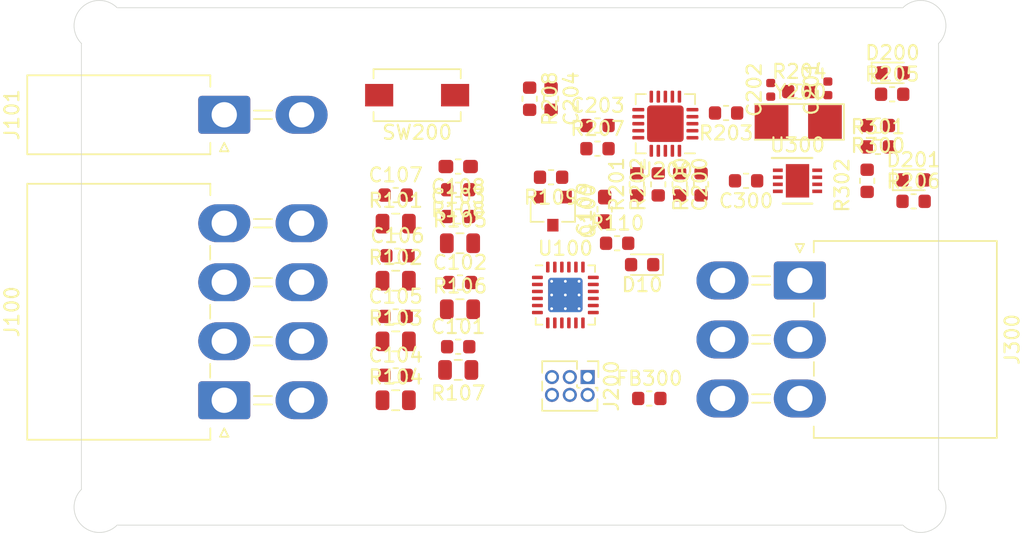
<source format=kicad_pcb>
(kicad_pcb (version 20171130) (host pcbnew "(5.1.2)-1")

  (general
    (thickness 1.6)
    (drawings 8)
    (tracks 0)
    (zones 0)
    (modules 51)
    (nets 59)
  )

  (page A4)
  (layers
    (0 F.Cu signal)
    (31 B.Cu signal)
    (32 B.Adhes user)
    (33 F.Adhes user)
    (34 B.Paste user)
    (35 F.Paste user)
    (36 B.SilkS user)
    (37 F.SilkS user)
    (38 B.Mask user)
    (39 F.Mask user)
    (40 Dwgs.User user)
    (41 Cmts.User user)
    (42 Eco1.User user)
    (43 Eco2.User user)
    (44 Edge.Cuts user)
    (45 Margin user)
    (46 B.CrtYd user)
    (47 F.CrtYd user)
    (48 B.Fab user)
    (49 F.Fab user)
  )

  (setup
    (last_trace_width 0.25)
    (trace_clearance 0.2)
    (zone_clearance 0.508)
    (zone_45_only no)
    (trace_min 0.2)
    (via_size 0.8)
    (via_drill 0.4)
    (via_min_size 0.4)
    (via_min_drill 0.3)
    (uvia_size 0.3)
    (uvia_drill 0.1)
    (uvias_allowed no)
    (uvia_min_size 0.2)
    (uvia_min_drill 0.1)
    (edge_width 0.05)
    (segment_width 0.2)
    (pcb_text_width 0.3)
    (pcb_text_size 1.5 1.5)
    (mod_edge_width 0.12)
    (mod_text_size 1 1)
    (mod_text_width 0.15)
    (pad_size 1.524 1.524)
    (pad_drill 0.762)
    (pad_to_mask_clearance 0.051)
    (solder_mask_min_width 0.25)
    (aux_axis_origin 0 0)
    (visible_elements 7FFFFFFF)
    (pcbplotparams
      (layerselection 0x010fc_ffffffff)
      (usegerberextensions false)
      (usegerberattributes false)
      (usegerberadvancedattributes false)
      (creategerberjobfile false)
      (excludeedgelayer true)
      (linewidth 0.100000)
      (plotframeref false)
      (viasonmask false)
      (mode 1)
      (useauxorigin false)
      (hpglpennumber 1)
      (hpglpenspeed 20)
      (hpglpendiameter 15.000000)
      (psnegative false)
      (psa4output false)
      (plotreference true)
      (plotvalue true)
      (plotinvisibletext false)
      (padsonsilk false)
      (subtractmaskfromsilk false)
      (outputformat 1)
      (mirror false)
      (drillshape 1)
      (scaleselection 1)
      (outputdirectory ""))
  )

  (net 0 "")
  (net 1 /tap6)
  (net 2 /tap5)
  (net 3 /tap4)
  (net 4 /tap3)
  (net 5 /tap2)
  (net 6 /tap1)
  (net 7 GND)
  (net 8 /~alert)
  (net 9 /v_cell)
  (net 10 /therm_out)
  (net 11 /MOSI_SDA)
  (net 12 /SCK_SCL)
  (net 13 +3V3)
  (net 14 /TXD)
  (net 15 /RXD)
  (net 16 /therm_in_filt)
  (net 17 /v_cell_filt)
  (net 18 /MISO)
  (net 19 /~reset)
  (net 20 /MISO_SDA)
  (net 21 /MOSI)
  (net 22 /iLED1)
  (net 23 /therm_in)
  (net 24 /iLED0)
  (net 25 /v_batt_filt)
  (net 26 /v_batt)
  (net 27 /v_ctl)
  (net 28 "Net-(C201-Pad1)")
  (net 29 "Net-(C202-Pad1)")
  (net 30 "Net-(D10-Pad2)")
  (net 31 "Net-(D200-Pad2)")
  (net 32 "Net-(D201-Pad2)")
  (net 33 "Net-(FB300-Pad2)")
  (net 34 "Net-(J100-Pad1)")
  (net 35 "Net-(J100-Pad2)")
  (net 36 "Net-(J100-Pad3)")
  (net 37 "Net-(J100-Pad4)")
  (net 38 "Net-(J100-Pad5)")
  (net 39 "Net-(J100-Pad6)")
  (net 40 "Net-(J100-Pad7)")
  (net 41 "Net-(J300-Pad1)")
  (net 42 "Net-(J300-Pad3)")
  (net 43 "Net-(J300-Pad5)")
  (net 44 "Net-(R300-Pad2)")
  (net 45 "Net-(U100-Pad9)")
  (net 46 "Net-(U100-Pad10)")
  (net 47 "Net-(U100-Pad11)")
  (net 48 "Net-(U100-Pad12)")
  (net 49 "Net-(U100-Pad14)")
  (net 50 "Net-(U100-Pad17)")
  (net 51 "Net-(U100-Pad21)")
  (net 52 "Net-(U100-Pad22)")
  (net 53 "Net-(U200-Pad7)")
  (net 54 "Net-(U200-Pad9)")
  (net 55 "Net-(U200-Pad12)")
  (net 56 "Net-(U200-Pad13)")
  (net 57 "Net-(U200-Pad14)")
  (net 58 "Net-(U300-Pad5)")

  (net_class Default "This is the default net class."
    (clearance 0.2)
    (trace_width 0.25)
    (via_dia 0.8)
    (via_drill 0.4)
    (uvia_dia 0.3)
    (uvia_drill 0.1)
    (add_net +3V3)
    (add_net /MISO)
    (add_net /MISO_SDA)
    (add_net /MOSI)
    (add_net /MOSI_SDA)
    (add_net /RXD)
    (add_net /SCK_SCL)
    (add_net /TXD)
    (add_net /iLED0)
    (add_net /iLED1)
    (add_net /tap1)
    (add_net /tap2)
    (add_net /tap3)
    (add_net /tap4)
    (add_net /tap5)
    (add_net /tap6)
    (add_net /therm_in)
    (add_net /therm_in_filt)
    (add_net /therm_out)
    (add_net /v_batt)
    (add_net /v_batt_filt)
    (add_net /v_cell)
    (add_net /v_cell_filt)
    (add_net /v_ctl)
    (add_net /~alert)
    (add_net /~reset)
    (add_net GND)
    (add_net "Net-(C201-Pad1)")
    (add_net "Net-(C202-Pad1)")
    (add_net "Net-(D10-Pad2)")
    (add_net "Net-(D200-Pad2)")
    (add_net "Net-(D201-Pad2)")
    (add_net "Net-(FB300-Pad2)")
    (add_net "Net-(J100-Pad1)")
    (add_net "Net-(J100-Pad2)")
    (add_net "Net-(J100-Pad3)")
    (add_net "Net-(J100-Pad4)")
    (add_net "Net-(J100-Pad5)")
    (add_net "Net-(J100-Pad6)")
    (add_net "Net-(J100-Pad7)")
    (add_net "Net-(J300-Pad1)")
    (add_net "Net-(J300-Pad3)")
    (add_net "Net-(J300-Pad5)")
    (add_net "Net-(R300-Pad2)")
    (add_net "Net-(U100-Pad10)")
    (add_net "Net-(U100-Pad11)")
    (add_net "Net-(U100-Pad12)")
    (add_net "Net-(U100-Pad14)")
    (add_net "Net-(U100-Pad17)")
    (add_net "Net-(U100-Pad21)")
    (add_net "Net-(U100-Pad22)")
    (add_net "Net-(U100-Pad9)")
    (add_net "Net-(U200-Pad12)")
    (add_net "Net-(U200-Pad13)")
    (add_net "Net-(U200-Pad14)")
    (add_net "Net-(U200-Pad7)")
    (add_net "Net-(U200-Pad9)")
    (add_net "Net-(U300-Pad5)")
  )

  (module Capacitor_SMD:C_0603_1608Metric (layer F.Cu) (tedit 5B301BBE) (tstamp 5D15A5D8)
    (at 72.517 123.19)
    (descr "Capacitor SMD 0603 (1608 Metric), square (rectangular) end terminal, IPC_7351 nominal, (Body size source: http://www.tortai-tech.com/upload/download/2011102023233369053.pdf), generated with kicad-footprint-generator")
    (tags capacitor)
    (path /5D20776C)
    (attr smd)
    (fp_text reference C101 (at 0 -1.43) (layer F.SilkS)
      (effects (font (size 1 1) (thickness 0.15)))
    )
    (fp_text value 1u (at 0 1.43) (layer F.Fab)
      (effects (font (size 1 1) (thickness 0.15)))
    )
    (fp_line (start -0.8 0.4) (end -0.8 -0.4) (layer F.Fab) (width 0.1))
    (fp_line (start -0.8 -0.4) (end 0.8 -0.4) (layer F.Fab) (width 0.1))
    (fp_line (start 0.8 -0.4) (end 0.8 0.4) (layer F.Fab) (width 0.1))
    (fp_line (start 0.8 0.4) (end -0.8 0.4) (layer F.Fab) (width 0.1))
    (fp_line (start -0.162779 -0.51) (end 0.162779 -0.51) (layer F.SilkS) (width 0.12))
    (fp_line (start -0.162779 0.51) (end 0.162779 0.51) (layer F.SilkS) (width 0.12))
    (fp_line (start -1.48 0.73) (end -1.48 -0.73) (layer F.CrtYd) (width 0.05))
    (fp_line (start -1.48 -0.73) (end 1.48 -0.73) (layer F.CrtYd) (width 0.05))
    (fp_line (start 1.48 -0.73) (end 1.48 0.73) (layer F.CrtYd) (width 0.05))
    (fp_line (start 1.48 0.73) (end -1.48 0.73) (layer F.CrtYd) (width 0.05))
    (fp_text user %R (at 0 0) (layer F.Fab)
      (effects (font (size 0.4 0.4) (thickness 0.06)))
    )
    (pad 1 smd roundrect (at -0.7875 0) (size 0.875 0.95) (layers F.Cu F.Paste F.Mask) (roundrect_rratio 0.25)
      (net 7 GND))
    (pad 2 smd roundrect (at 0.7875 0) (size 0.875 0.95) (layers F.Cu F.Paste F.Mask) (roundrect_rratio 0.25)
      (net 7 GND))
    (model ${KISYS3DMOD}/Capacitor_SMD.3dshapes/C_0603_1608Metric.wrl
      (at (xyz 0 0 0))
      (scale (xyz 1 1 1))
      (rotate (xyz 0 0 0))
    )
  )

  (module Capacitor_SMD:C_0603_1608Metric (layer F.Cu) (tedit 5B301BBE) (tstamp 5D15A5E9)
    (at 72.644 118.618)
    (descr "Capacitor SMD 0603 (1608 Metric), square (rectangular) end terminal, IPC_7351 nominal, (Body size source: http://www.tortai-tech.com/upload/download/2011102023233369053.pdf), generated with kicad-footprint-generator")
    (tags capacitor)
    (path /5D5CE4D0)
    (attr smd)
    (fp_text reference C102 (at 0 -1.43) (layer F.SilkS)
      (effects (font (size 1 1) (thickness 0.15)))
    )
    (fp_text value 1u (at 0 1.43) (layer F.Fab)
      (effects (font (size 1 1) (thickness 0.15)))
    )
    (fp_text user %R (at 0 0) (layer F.Fab)
      (effects (font (size 0.4 0.4) (thickness 0.06)))
    )
    (fp_line (start 1.48 0.73) (end -1.48 0.73) (layer F.CrtYd) (width 0.05))
    (fp_line (start 1.48 -0.73) (end 1.48 0.73) (layer F.CrtYd) (width 0.05))
    (fp_line (start -1.48 -0.73) (end 1.48 -0.73) (layer F.CrtYd) (width 0.05))
    (fp_line (start -1.48 0.73) (end -1.48 -0.73) (layer F.CrtYd) (width 0.05))
    (fp_line (start -0.162779 0.51) (end 0.162779 0.51) (layer F.SilkS) (width 0.12))
    (fp_line (start -0.162779 -0.51) (end 0.162779 -0.51) (layer F.SilkS) (width 0.12))
    (fp_line (start 0.8 0.4) (end -0.8 0.4) (layer F.Fab) (width 0.1))
    (fp_line (start 0.8 -0.4) (end 0.8 0.4) (layer F.Fab) (width 0.1))
    (fp_line (start -0.8 -0.4) (end 0.8 -0.4) (layer F.Fab) (width 0.1))
    (fp_line (start -0.8 0.4) (end -0.8 -0.4) (layer F.Fab) (width 0.1))
    (pad 2 smd roundrect (at 0.7875 0) (size 0.875 0.95) (layers F.Cu F.Paste F.Mask) (roundrect_rratio 0.25)
      (net 7 GND))
    (pad 1 smd roundrect (at -0.7875 0) (size 0.875 0.95) (layers F.Cu F.Paste F.Mask) (roundrect_rratio 0.25)
      (net 6 /tap1))
    (model ${KISYS3DMOD}/Capacitor_SMD.3dshapes/C_0603_1608Metric.wrl
      (at (xyz 0 0 0))
      (scale (xyz 1 1 1))
      (rotate (xyz 0 0 0))
    )
  )

  (module Capacitor_SMD:C_0603_1608Metric (layer F.Cu) (tedit 5B301BBE) (tstamp 5D15A5FA)
    (at 72.517 113.919)
    (descr "Capacitor SMD 0603 (1608 Metric), square (rectangular) end terminal, IPC_7351 nominal, (Body size source: http://www.tortai-tech.com/upload/download/2011102023233369053.pdf), generated with kicad-footprint-generator")
    (tags capacitor)
    (path /5D5CE858)
    (attr smd)
    (fp_text reference C103 (at 0 -1.43) (layer F.SilkS)
      (effects (font (size 1 1) (thickness 0.15)))
    )
    (fp_text value 1u (at 0 1.43) (layer F.Fab)
      (effects (font (size 1 1) (thickness 0.15)))
    )
    (fp_line (start -0.8 0.4) (end -0.8 -0.4) (layer F.Fab) (width 0.1))
    (fp_line (start -0.8 -0.4) (end 0.8 -0.4) (layer F.Fab) (width 0.1))
    (fp_line (start 0.8 -0.4) (end 0.8 0.4) (layer F.Fab) (width 0.1))
    (fp_line (start 0.8 0.4) (end -0.8 0.4) (layer F.Fab) (width 0.1))
    (fp_line (start -0.162779 -0.51) (end 0.162779 -0.51) (layer F.SilkS) (width 0.12))
    (fp_line (start -0.162779 0.51) (end 0.162779 0.51) (layer F.SilkS) (width 0.12))
    (fp_line (start -1.48 0.73) (end -1.48 -0.73) (layer F.CrtYd) (width 0.05))
    (fp_line (start -1.48 -0.73) (end 1.48 -0.73) (layer F.CrtYd) (width 0.05))
    (fp_line (start 1.48 -0.73) (end 1.48 0.73) (layer F.CrtYd) (width 0.05))
    (fp_line (start 1.48 0.73) (end -1.48 0.73) (layer F.CrtYd) (width 0.05))
    (fp_text user %R (at 0 0) (layer F.Fab)
      (effects (font (size 0.4 0.4) (thickness 0.06)))
    )
    (pad 1 smd roundrect (at -0.7875 0) (size 0.875 0.95) (layers F.Cu F.Paste F.Mask) (roundrect_rratio 0.25)
      (net 5 /tap2))
    (pad 2 smd roundrect (at 0.7875 0) (size 0.875 0.95) (layers F.Cu F.Paste F.Mask) (roundrect_rratio 0.25)
      (net 7 GND))
    (model ${KISYS3DMOD}/Capacitor_SMD.3dshapes/C_0603_1608Metric.wrl
      (at (xyz 0 0 0))
      (scale (xyz 1 1 1))
      (rotate (xyz 0 0 0))
    )
  )

  (module Capacitor_SMD:C_0603_1608Metric (layer F.Cu) (tedit 5B301BBE) (tstamp 5D15A60B)
    (at 68.072 125.222)
    (descr "Capacitor SMD 0603 (1608 Metric), square (rectangular) end terminal, IPC_7351 nominal, (Body size source: http://www.tortai-tech.com/upload/download/2011102023233369053.pdf), generated with kicad-footprint-generator")
    (tags capacitor)
    (path /5D5CEBB9)
    (attr smd)
    (fp_text reference C104 (at 0 -1.43) (layer F.SilkS)
      (effects (font (size 1 1) (thickness 0.15)))
    )
    (fp_text value 1u (at 0 1.43) (layer F.Fab)
      (effects (font (size 1 1) (thickness 0.15)))
    )
    (fp_text user %R (at 0 0) (layer F.Fab)
      (effects (font (size 0.4 0.4) (thickness 0.06)))
    )
    (fp_line (start 1.48 0.73) (end -1.48 0.73) (layer F.CrtYd) (width 0.05))
    (fp_line (start 1.48 -0.73) (end 1.48 0.73) (layer F.CrtYd) (width 0.05))
    (fp_line (start -1.48 -0.73) (end 1.48 -0.73) (layer F.CrtYd) (width 0.05))
    (fp_line (start -1.48 0.73) (end -1.48 -0.73) (layer F.CrtYd) (width 0.05))
    (fp_line (start -0.162779 0.51) (end 0.162779 0.51) (layer F.SilkS) (width 0.12))
    (fp_line (start -0.162779 -0.51) (end 0.162779 -0.51) (layer F.SilkS) (width 0.12))
    (fp_line (start 0.8 0.4) (end -0.8 0.4) (layer F.Fab) (width 0.1))
    (fp_line (start 0.8 -0.4) (end 0.8 0.4) (layer F.Fab) (width 0.1))
    (fp_line (start -0.8 -0.4) (end 0.8 -0.4) (layer F.Fab) (width 0.1))
    (fp_line (start -0.8 0.4) (end -0.8 -0.4) (layer F.Fab) (width 0.1))
    (pad 2 smd roundrect (at 0.7875 0) (size 0.875 0.95) (layers F.Cu F.Paste F.Mask) (roundrect_rratio 0.25)
      (net 7 GND))
    (pad 1 smd roundrect (at -0.7875 0) (size 0.875 0.95) (layers F.Cu F.Paste F.Mask) (roundrect_rratio 0.25)
      (net 4 /tap3))
    (model ${KISYS3DMOD}/Capacitor_SMD.3dshapes/C_0603_1608Metric.wrl
      (at (xyz 0 0 0))
      (scale (xyz 1 1 1))
      (rotate (xyz 0 0 0))
    )
  )

  (module Capacitor_SMD:C_0603_1608Metric (layer F.Cu) (tedit 5B301BBE) (tstamp 5D15A61C)
    (at 68.072 121.031)
    (descr "Capacitor SMD 0603 (1608 Metric), square (rectangular) end terminal, IPC_7351 nominal, (Body size source: http://www.tortai-tech.com/upload/download/2011102023233369053.pdf), generated with kicad-footprint-generator")
    (tags capacitor)
    (path /5D5CEE76)
    (attr smd)
    (fp_text reference C105 (at 0 -1.43) (layer F.SilkS)
      (effects (font (size 1 1) (thickness 0.15)))
    )
    (fp_text value 1u (at 0 1.43) (layer F.Fab)
      (effects (font (size 1 1) (thickness 0.15)))
    )
    (fp_line (start -0.8 0.4) (end -0.8 -0.4) (layer F.Fab) (width 0.1))
    (fp_line (start -0.8 -0.4) (end 0.8 -0.4) (layer F.Fab) (width 0.1))
    (fp_line (start 0.8 -0.4) (end 0.8 0.4) (layer F.Fab) (width 0.1))
    (fp_line (start 0.8 0.4) (end -0.8 0.4) (layer F.Fab) (width 0.1))
    (fp_line (start -0.162779 -0.51) (end 0.162779 -0.51) (layer F.SilkS) (width 0.12))
    (fp_line (start -0.162779 0.51) (end 0.162779 0.51) (layer F.SilkS) (width 0.12))
    (fp_line (start -1.48 0.73) (end -1.48 -0.73) (layer F.CrtYd) (width 0.05))
    (fp_line (start -1.48 -0.73) (end 1.48 -0.73) (layer F.CrtYd) (width 0.05))
    (fp_line (start 1.48 -0.73) (end 1.48 0.73) (layer F.CrtYd) (width 0.05))
    (fp_line (start 1.48 0.73) (end -1.48 0.73) (layer F.CrtYd) (width 0.05))
    (fp_text user %R (at 0.029999 0) (layer F.Fab)
      (effects (font (size 0.4 0.4) (thickness 0.06)))
    )
    (pad 1 smd roundrect (at -0.7875 0) (size 0.875 0.95) (layers F.Cu F.Paste F.Mask) (roundrect_rratio 0.25)
      (net 3 /tap4))
    (pad 2 smd roundrect (at 0.7875 0) (size 0.875 0.95) (layers F.Cu F.Paste F.Mask) (roundrect_rratio 0.25)
      (net 7 GND))
    (model ${KISYS3DMOD}/Capacitor_SMD.3dshapes/C_0603_1608Metric.wrl
      (at (xyz 0 0 0))
      (scale (xyz 1 1 1))
      (rotate (xyz 0 0 0))
    )
  )

  (module Capacitor_SMD:C_0603_1608Metric (layer F.Cu) (tedit 5B301BBE) (tstamp 5D15A62D)
    (at 68.199 116.713)
    (descr "Capacitor SMD 0603 (1608 Metric), square (rectangular) end terminal, IPC_7351 nominal, (Body size source: http://www.tortai-tech.com/upload/download/2011102023233369053.pdf), generated with kicad-footprint-generator")
    (tags capacitor)
    (path /5D5CF724)
    (attr smd)
    (fp_text reference C106 (at 0 -1.43) (layer F.SilkS)
      (effects (font (size 1 1) (thickness 0.15)))
    )
    (fp_text value 1u (at 0 1.43) (layer F.Fab)
      (effects (font (size 1 1) (thickness 0.15)))
    )
    (fp_text user %R (at 0 0) (layer F.Fab)
      (effects (font (size 0.4 0.4) (thickness 0.06)))
    )
    (fp_line (start 1.48 0.73) (end -1.48 0.73) (layer F.CrtYd) (width 0.05))
    (fp_line (start 1.48 -0.73) (end 1.48 0.73) (layer F.CrtYd) (width 0.05))
    (fp_line (start -1.48 -0.73) (end 1.48 -0.73) (layer F.CrtYd) (width 0.05))
    (fp_line (start -1.48 0.73) (end -1.48 -0.73) (layer F.CrtYd) (width 0.05))
    (fp_line (start -0.162779 0.51) (end 0.162779 0.51) (layer F.SilkS) (width 0.12))
    (fp_line (start -0.162779 -0.51) (end 0.162779 -0.51) (layer F.SilkS) (width 0.12))
    (fp_line (start 0.8 0.4) (end -0.8 0.4) (layer F.Fab) (width 0.1))
    (fp_line (start 0.8 -0.4) (end 0.8 0.4) (layer F.Fab) (width 0.1))
    (fp_line (start -0.8 -0.4) (end 0.8 -0.4) (layer F.Fab) (width 0.1))
    (fp_line (start -0.8 0.4) (end -0.8 -0.4) (layer F.Fab) (width 0.1))
    (pad 2 smd roundrect (at 0.7875 0) (size 0.875 0.95) (layers F.Cu F.Paste F.Mask) (roundrect_rratio 0.25)
      (net 7 GND))
    (pad 1 smd roundrect (at -0.7875 0) (size 0.875 0.95) (layers F.Cu F.Paste F.Mask) (roundrect_rratio 0.25)
      (net 2 /tap5))
    (model ${KISYS3DMOD}/Capacitor_SMD.3dshapes/C_0603_1608Metric.wrl
      (at (xyz 0 0 0))
      (scale (xyz 1 1 1))
      (rotate (xyz 0 0 0))
    )
  )

  (module Capacitor_SMD:C_0603_1608Metric (layer F.Cu) (tedit 5B301BBE) (tstamp 5D15A63E)
    (at 68.072 112.395)
    (descr "Capacitor SMD 0603 (1608 Metric), square (rectangular) end terminal, IPC_7351 nominal, (Body size source: http://www.tortai-tech.com/upload/download/2011102023233369053.pdf), generated with kicad-footprint-generator")
    (tags capacitor)
    (path /5D5CFA3C)
    (attr smd)
    (fp_text reference C107 (at 0 -1.43) (layer F.SilkS)
      (effects (font (size 1 1) (thickness 0.15)))
    )
    (fp_text value 1u (at 0 1.43) (layer F.Fab)
      (effects (font (size 1 1) (thickness 0.15)))
    )
    (fp_line (start -0.8 0.4) (end -0.8 -0.4) (layer F.Fab) (width 0.1))
    (fp_line (start -0.8 -0.4) (end 0.8 -0.4) (layer F.Fab) (width 0.1))
    (fp_line (start 0.8 -0.4) (end 0.8 0.4) (layer F.Fab) (width 0.1))
    (fp_line (start 0.8 0.4) (end -0.8 0.4) (layer F.Fab) (width 0.1))
    (fp_line (start -0.162779 -0.51) (end 0.162779 -0.51) (layer F.SilkS) (width 0.12))
    (fp_line (start -0.162779 0.51) (end 0.162779 0.51) (layer F.SilkS) (width 0.12))
    (fp_line (start -1.48 0.73) (end -1.48 -0.73) (layer F.CrtYd) (width 0.05))
    (fp_line (start -1.48 -0.73) (end 1.48 -0.73) (layer F.CrtYd) (width 0.05))
    (fp_line (start 1.48 -0.73) (end 1.48 0.73) (layer F.CrtYd) (width 0.05))
    (fp_line (start 1.48 0.73) (end -1.48 0.73) (layer F.CrtYd) (width 0.05))
    (fp_text user %R (at 0 0) (layer F.Fab)
      (effects (font (size 0.4 0.4) (thickness 0.06)))
    )
    (pad 1 smd roundrect (at -0.7875 0) (size 0.875 0.95) (layers F.Cu F.Paste F.Mask) (roundrect_rratio 0.25)
      (net 1 /tap6))
    (pad 2 smd roundrect (at 0.7875 0) (size 0.875 0.95) (layers F.Cu F.Paste F.Mask) (roundrect_rratio 0.25)
      (net 7 GND))
    (model ${KISYS3DMOD}/Capacitor_SMD.3dshapes/C_0603_1608Metric.wrl
      (at (xyz 0 0 0))
      (scale (xyz 1 1 1))
      (rotate (xyz 0 0 0))
    )
  )

  (module Capacitor_SMD:C_0603_1608Metric_Pad1.05x0.95mm_HandSolder (layer F.Cu) (tedit 5B301BBE) (tstamp 5D15A64F)
    (at 72.517 110.363 180)
    (descr "Capacitor SMD 0603 (1608 Metric), square (rectangular) end terminal, IPC_7351 nominal with elongated pad for handsoldering. (Body size source: http://www.tortai-tech.com/upload/download/2011102023233369053.pdf), generated with kicad-footprint-generator")
    (tags "capacitor handsolder")
    (path /5D6921FC)
    (attr smd)
    (fp_text reference C108 (at 0 -1.43) (layer F.SilkS)
      (effects (font (size 1 1) (thickness 0.15)))
    )
    (fp_text value 10u (at 0 1.43) (layer F.Fab)
      (effects (font (size 1 1) (thickness 0.15)))
    )
    (fp_text user %R (at 0 0) (layer F.Fab)
      (effects (font (size 0.4 0.4) (thickness 0.06)))
    )
    (fp_line (start 1.65 0.73) (end -1.65 0.73) (layer F.CrtYd) (width 0.05))
    (fp_line (start 1.65 -0.73) (end 1.65 0.73) (layer F.CrtYd) (width 0.05))
    (fp_line (start -1.65 -0.73) (end 1.65 -0.73) (layer F.CrtYd) (width 0.05))
    (fp_line (start -1.65 0.73) (end -1.65 -0.73) (layer F.CrtYd) (width 0.05))
    (fp_line (start -0.171267 0.51) (end 0.171267 0.51) (layer F.SilkS) (width 0.12))
    (fp_line (start -0.171267 -0.51) (end 0.171267 -0.51) (layer F.SilkS) (width 0.12))
    (fp_line (start 0.8 0.4) (end -0.8 0.4) (layer F.Fab) (width 0.1))
    (fp_line (start 0.8 -0.4) (end 0.8 0.4) (layer F.Fab) (width 0.1))
    (fp_line (start -0.8 -0.4) (end 0.8 -0.4) (layer F.Fab) (width 0.1))
    (fp_line (start -0.8 0.4) (end -0.8 -0.4) (layer F.Fab) (width 0.1))
    (pad 2 smd roundrect (at 0.875 0 180) (size 1.05 0.95) (layers F.Cu F.Paste F.Mask) (roundrect_rratio 0.25)
      (net 7 GND))
    (pad 1 smd roundrect (at -0.875 0 180) (size 1.05 0.95) (layers F.Cu F.Paste F.Mask) (roundrect_rratio 0.25)
      (net 25 /v_batt_filt))
    (model ${KISYS3DMOD}/Capacitor_SMD.3dshapes/C_0603_1608Metric.wrl
      (at (xyz 0 0 0))
      (scale (xyz 1 1 1))
      (rotate (xyz 0 0 0))
    )
  )

  (module Capacitor_SMD:C_0603_1608Metric_Pad1.05x0.95mm_HandSolder (layer F.Cu) (tedit 5B301BBE) (tstamp 5D15A660)
    (at 82.931 113.411 90)
    (descr "Capacitor SMD 0603 (1608 Metric), square (rectangular) end terminal, IPC_7351 nominal with elongated pad for handsoldering. (Body size source: http://www.tortai-tech.com/upload/download/2011102023233369053.pdf), generated with kicad-footprint-generator")
    (tags "capacitor handsolder")
    (path /5D6A48DC)
    (attr smd)
    (fp_text reference C109 (at 0 -1.43 90) (layer F.SilkS)
      (effects (font (size 1 1) (thickness 0.15)))
    )
    (fp_text value 4.7u (at 0 1.43 90) (layer F.Fab)
      (effects (font (size 1 1) (thickness 0.15)))
    )
    (fp_line (start -0.8 0.4) (end -0.8 -0.4) (layer F.Fab) (width 0.1))
    (fp_line (start -0.8 -0.4) (end 0.8 -0.4) (layer F.Fab) (width 0.1))
    (fp_line (start 0.8 -0.4) (end 0.8 0.4) (layer F.Fab) (width 0.1))
    (fp_line (start 0.8 0.4) (end -0.8 0.4) (layer F.Fab) (width 0.1))
    (fp_line (start -0.171267 -0.51) (end 0.171267 -0.51) (layer F.SilkS) (width 0.12))
    (fp_line (start -0.171267 0.51) (end 0.171267 0.51) (layer F.SilkS) (width 0.12))
    (fp_line (start -1.65 0.73) (end -1.65 -0.73) (layer F.CrtYd) (width 0.05))
    (fp_line (start -1.65 -0.73) (end 1.65 -0.73) (layer F.CrtYd) (width 0.05))
    (fp_line (start 1.65 -0.73) (end 1.65 0.73) (layer F.CrtYd) (width 0.05))
    (fp_line (start 1.65 0.73) (end -1.65 0.73) (layer F.CrtYd) (width 0.05))
    (fp_text user %R (at 0 0 90) (layer F.Fab)
      (effects (font (size 0.4 0.4) (thickness 0.06)))
    )
    (pad 1 smd roundrect (at -0.875 0 90) (size 1.05 0.95) (layers F.Cu F.Paste F.Mask) (roundrect_rratio 0.25)
      (net 13 +3V3))
    (pad 2 smd roundrect (at 0.875 0 90) (size 1.05 0.95) (layers F.Cu F.Paste F.Mask) (roundrect_rratio 0.25)
      (net 7 GND))
    (model ${KISYS3DMOD}/Capacitor_SMD.3dshapes/C_0603_1608Metric.wrl
      (at (xyz 0 0 0))
      (scale (xyz 1 1 1))
      (rotate (xyz 0 0 0))
    )
  )

  (module Capacitor_SMD:C_0603_1608Metric (layer F.Cu) (tedit 5B301BBE) (tstamp 5D15A671)
    (at 88.265 111.633 270)
    (descr "Capacitor SMD 0603 (1608 Metric), square (rectangular) end terminal, IPC_7351 nominal, (Body size source: http://www.tortai-tech.com/upload/download/2011102023233369053.pdf), generated with kicad-footprint-generator")
    (tags capacitor)
    (path /5D1A8303)
    (attr smd)
    (fp_text reference C200 (at 0 -1.43 90) (layer F.SilkS)
      (effects (font (size 1 1) (thickness 0.15)))
    )
    (fp_text value 1u (at 0 1.43 90) (layer F.Fab)
      (effects (font (size 1 1) (thickness 0.15)))
    )
    (fp_text user %R (at 0 0 90) (layer F.Fab)
      (effects (font (size 0.4 0.4) (thickness 0.06)))
    )
    (fp_line (start 1.48 0.73) (end -1.48 0.73) (layer F.CrtYd) (width 0.05))
    (fp_line (start 1.48 -0.73) (end 1.48 0.73) (layer F.CrtYd) (width 0.05))
    (fp_line (start -1.48 -0.73) (end 1.48 -0.73) (layer F.CrtYd) (width 0.05))
    (fp_line (start -1.48 0.73) (end -1.48 -0.73) (layer F.CrtYd) (width 0.05))
    (fp_line (start -0.162779 0.51) (end 0.162779 0.51) (layer F.SilkS) (width 0.12))
    (fp_line (start -0.162779 -0.51) (end 0.162779 -0.51) (layer F.SilkS) (width 0.12))
    (fp_line (start 0.8 0.4) (end -0.8 0.4) (layer F.Fab) (width 0.1))
    (fp_line (start 0.8 -0.4) (end 0.8 0.4) (layer F.Fab) (width 0.1))
    (fp_line (start -0.8 -0.4) (end 0.8 -0.4) (layer F.Fab) (width 0.1))
    (fp_line (start -0.8 0.4) (end -0.8 -0.4) (layer F.Fab) (width 0.1))
    (pad 2 smd roundrect (at 0.7875 0 270) (size 0.875 0.95) (layers F.Cu F.Paste F.Mask) (roundrect_rratio 0.25)
      (net 7 GND))
    (pad 1 smd roundrect (at -0.7875 0 270) (size 0.875 0.95) (layers F.Cu F.Paste F.Mask) (roundrect_rratio 0.25)
      (net 13 +3V3))
    (model ${KISYS3DMOD}/Capacitor_SMD.3dshapes/C_0603_1608Metric.wrl
      (at (xyz 0 0 0))
      (scale (xyz 1 1 1))
      (rotate (xyz 0 0 0))
    )
  )

  (module Capacitor_SMD:C_0402_1005Metric (layer F.Cu) (tedit 5B301BBE) (tstamp 5D15A680)
    (at 98.806 104.798 90)
    (descr "Capacitor SMD 0402 (1005 Metric), square (rectangular) end terminal, IPC_7351 nominal, (Body size source: http://www.tortai-tech.com/upload/download/2011102023233369053.pdf), generated with kicad-footprint-generator")
    (tags capacitor)
    (path /5D0EB8FA)
    (attr smd)
    (fp_text reference C201 (at 0 -1.17 90) (layer F.SilkS)
      (effects (font (size 1 1) (thickness 0.15)))
    )
    (fp_text value 18p (at 0 1.17 90) (layer F.Fab)
      (effects (font (size 1 1) (thickness 0.15)))
    )
    (fp_text user %R (at 0 0 90) (layer F.Fab)
      (effects (font (size 0.25 0.25) (thickness 0.04)))
    )
    (fp_line (start 0.93 0.47) (end -0.93 0.47) (layer F.CrtYd) (width 0.05))
    (fp_line (start 0.93 -0.47) (end 0.93 0.47) (layer F.CrtYd) (width 0.05))
    (fp_line (start -0.93 -0.47) (end 0.93 -0.47) (layer F.CrtYd) (width 0.05))
    (fp_line (start -0.93 0.47) (end -0.93 -0.47) (layer F.CrtYd) (width 0.05))
    (fp_line (start 0.5 0.25) (end -0.5 0.25) (layer F.Fab) (width 0.1))
    (fp_line (start 0.5 -0.25) (end 0.5 0.25) (layer F.Fab) (width 0.1))
    (fp_line (start -0.5 -0.25) (end 0.5 -0.25) (layer F.Fab) (width 0.1))
    (fp_line (start -0.5 0.25) (end -0.5 -0.25) (layer F.Fab) (width 0.1))
    (pad 2 smd roundrect (at 0.485 0 90) (size 0.59 0.64) (layers F.Cu F.Paste F.Mask) (roundrect_rratio 0.25)
      (net 7 GND))
    (pad 1 smd roundrect (at -0.485 0 90) (size 0.59 0.64) (layers F.Cu F.Paste F.Mask) (roundrect_rratio 0.25)
      (net 28 "Net-(C201-Pad1)"))
    (model ${KISYS3DMOD}/Capacitor_SMD.3dshapes/C_0402_1005Metric.wrl
      (at (xyz 0 0 0))
      (scale (xyz 1 1 1))
      (rotate (xyz 0 0 0))
    )
  )

  (module Capacitor_SMD:C_0402_1005Metric (layer F.Cu) (tedit 5B301BBE) (tstamp 5D15A68F)
    (at 94.742 104.902 90)
    (descr "Capacitor SMD 0402 (1005 Metric), square (rectangular) end terminal, IPC_7351 nominal, (Body size source: http://www.tortai-tech.com/upload/download/2011102023233369053.pdf), generated with kicad-footprint-generator")
    (tags capacitor)
    (path /5D0EC24A)
    (attr smd)
    (fp_text reference C202 (at 0 -1.17 90) (layer F.SilkS)
      (effects (font (size 1 1) (thickness 0.15)))
    )
    (fp_text value 18p (at 0 1.17 90) (layer F.Fab)
      (effects (font (size 1 1) (thickness 0.15)))
    )
    (fp_line (start -0.5 0.25) (end -0.5 -0.25) (layer F.Fab) (width 0.1))
    (fp_line (start -0.5 -0.25) (end 0.5 -0.25) (layer F.Fab) (width 0.1))
    (fp_line (start 0.5 -0.25) (end 0.5 0.25) (layer F.Fab) (width 0.1))
    (fp_line (start 0.5 0.25) (end -0.5 0.25) (layer F.Fab) (width 0.1))
    (fp_line (start -0.93 0.47) (end -0.93 -0.47) (layer F.CrtYd) (width 0.05))
    (fp_line (start -0.93 -0.47) (end 0.93 -0.47) (layer F.CrtYd) (width 0.05))
    (fp_line (start 0.93 -0.47) (end 0.93 0.47) (layer F.CrtYd) (width 0.05))
    (fp_line (start 0.93 0.47) (end -0.93 0.47) (layer F.CrtYd) (width 0.05))
    (fp_text user %R (at 0.852999 0.237999 90) (layer F.Fab)
      (effects (font (size 0.25 0.25) (thickness 0.04)))
    )
    (pad 1 smd roundrect (at -0.485 0 90) (size 0.59 0.64) (layers F.Cu F.Paste F.Mask) (roundrect_rratio 0.25)
      (net 29 "Net-(C202-Pad1)"))
    (pad 2 smd roundrect (at 0.485 0 90) (size 0.59 0.64) (layers F.Cu F.Paste F.Mask) (roundrect_rratio 0.25)
      (net 7 GND))
    (model ${KISYS3DMOD}/Capacitor_SMD.3dshapes/C_0402_1005Metric.wrl
      (at (xyz 0 0 0))
      (scale (xyz 1 1 1))
      (rotate (xyz 0 0 0))
    )
  )

  (module Capacitor_SMD:C_0603_1608Metric (layer F.Cu) (tedit 5B301BBE) (tstamp 5D15A6A0)
    (at 82.423 107.442)
    (descr "Capacitor SMD 0603 (1608 Metric), square (rectangular) end terminal, IPC_7351 nominal, (Body size source: http://www.tortai-tech.com/upload/download/2011102023233369053.pdf), generated with kicad-footprint-generator")
    (tags capacitor)
    (path /5D2FB086)
    (attr smd)
    (fp_text reference C203 (at 0 -1.43) (layer F.SilkS)
      (effects (font (size 1 1) (thickness 0.15)))
    )
    (fp_text value .1u (at 0 1.43) (layer F.Fab)
      (effects (font (size 1 1) (thickness 0.15)))
    )
    (fp_text user %R (at 0 0) (layer F.Fab)
      (effects (font (size 0.4 0.4) (thickness 0.06)))
    )
    (fp_line (start 1.48 0.73) (end -1.48 0.73) (layer F.CrtYd) (width 0.05))
    (fp_line (start 1.48 -0.73) (end 1.48 0.73) (layer F.CrtYd) (width 0.05))
    (fp_line (start -1.48 -0.73) (end 1.48 -0.73) (layer F.CrtYd) (width 0.05))
    (fp_line (start -1.48 0.73) (end -1.48 -0.73) (layer F.CrtYd) (width 0.05))
    (fp_line (start -0.162779 0.51) (end 0.162779 0.51) (layer F.SilkS) (width 0.12))
    (fp_line (start -0.162779 -0.51) (end 0.162779 -0.51) (layer F.SilkS) (width 0.12))
    (fp_line (start 0.8 0.4) (end -0.8 0.4) (layer F.Fab) (width 0.1))
    (fp_line (start 0.8 -0.4) (end 0.8 0.4) (layer F.Fab) (width 0.1))
    (fp_line (start -0.8 -0.4) (end 0.8 -0.4) (layer F.Fab) (width 0.1))
    (fp_line (start -0.8 0.4) (end -0.8 -0.4) (layer F.Fab) (width 0.1))
    (pad 2 smd roundrect (at 0.7875 0) (size 0.875 0.95) (layers F.Cu F.Paste F.Mask) (roundrect_rratio 0.25)
      (net 7 GND))
    (pad 1 smd roundrect (at -0.7875 0) (size 0.875 0.95) (layers F.Cu F.Paste F.Mask) (roundrect_rratio 0.25)
      (net 16 /therm_in_filt))
    (model ${KISYS3DMOD}/Capacitor_SMD.3dshapes/C_0603_1608Metric.wrl
      (at (xyz 0 0 0))
      (scale (xyz 1 1 1))
      (rotate (xyz 0 0 0))
    )
  )

  (module Capacitor_SMD:C_0603_1608Metric (layer F.Cu) (tedit 5B301BBE) (tstamp 5D15A6B1)
    (at 79.121 105.537 270)
    (descr "Capacitor SMD 0603 (1608 Metric), square (rectangular) end terminal, IPC_7351 nominal, (Body size source: http://www.tortai-tech.com/upload/download/2011102023233369053.pdf), generated with kicad-footprint-generator")
    (tags capacitor)
    (path /5D30CADC)
    (attr smd)
    (fp_text reference C204 (at 0 -1.43 90) (layer F.SilkS)
      (effects (font (size 1 1) (thickness 0.15)))
    )
    (fp_text value .1u (at 0 1.43 90) (layer F.Fab)
      (effects (font (size 1 1) (thickness 0.15)))
    )
    (fp_text user %R (at 0 0 90) (layer F.Fab)
      (effects (font (size 0.4 0.4) (thickness 0.06)))
    )
    (fp_line (start 1.48 0.73) (end -1.48 0.73) (layer F.CrtYd) (width 0.05))
    (fp_line (start 1.48 -0.73) (end 1.48 0.73) (layer F.CrtYd) (width 0.05))
    (fp_line (start -1.48 -0.73) (end 1.48 -0.73) (layer F.CrtYd) (width 0.05))
    (fp_line (start -1.48 0.73) (end -1.48 -0.73) (layer F.CrtYd) (width 0.05))
    (fp_line (start -0.162779 0.51) (end 0.162779 0.51) (layer F.SilkS) (width 0.12))
    (fp_line (start -0.162779 -0.51) (end 0.162779 -0.51) (layer F.SilkS) (width 0.12))
    (fp_line (start 0.8 0.4) (end -0.8 0.4) (layer F.Fab) (width 0.1))
    (fp_line (start 0.8 -0.4) (end 0.8 0.4) (layer F.Fab) (width 0.1))
    (fp_line (start -0.8 -0.4) (end 0.8 -0.4) (layer F.Fab) (width 0.1))
    (fp_line (start -0.8 0.4) (end -0.8 -0.4) (layer F.Fab) (width 0.1))
    (pad 2 smd roundrect (at 0.7875 0 270) (size 0.875 0.95) (layers F.Cu F.Paste F.Mask) (roundrect_rratio 0.25)
      (net 7 GND))
    (pad 1 smd roundrect (at -0.7875 0 270) (size 0.875 0.95) (layers F.Cu F.Paste F.Mask) (roundrect_rratio 0.25)
      (net 17 /v_cell_filt))
    (model ${KISYS3DMOD}/Capacitor_SMD.3dshapes/C_0603_1608Metric.wrl
      (at (xyz 0 0 0))
      (scale (xyz 1 1 1))
      (rotate (xyz 0 0 0))
    )
  )

  (module Capacitor_SMD:C_0603_1608Metric (layer F.Cu) (tedit 5B301BBE) (tstamp 5D15A6C2)
    (at 92.9895 111.379 180)
    (descr "Capacitor SMD 0603 (1608 Metric), square (rectangular) end terminal, IPC_7351 nominal, (Body size source: http://www.tortai-tech.com/upload/download/2011102023233369053.pdf), generated with kicad-footprint-generator")
    (tags capacitor)
    (path /5D58B9A8)
    (attr smd)
    (fp_text reference C300 (at 0 -1.43) (layer F.SilkS)
      (effects (font (size 1 1) (thickness 0.15)))
    )
    (fp_text value 1u (at 0 1.43) (layer F.Fab)
      (effects (font (size 1 1) (thickness 0.15)))
    )
    (fp_line (start -0.8 0.4) (end -0.8 -0.4) (layer F.Fab) (width 0.1))
    (fp_line (start -0.8 -0.4) (end 0.8 -0.4) (layer F.Fab) (width 0.1))
    (fp_line (start 0.8 -0.4) (end 0.8 0.4) (layer F.Fab) (width 0.1))
    (fp_line (start 0.8 0.4) (end -0.8 0.4) (layer F.Fab) (width 0.1))
    (fp_line (start -0.162779 -0.51) (end 0.162779 -0.51) (layer F.SilkS) (width 0.12))
    (fp_line (start -0.162779 0.51) (end 0.162779 0.51) (layer F.SilkS) (width 0.12))
    (fp_line (start -1.48 0.73) (end -1.48 -0.73) (layer F.CrtYd) (width 0.05))
    (fp_line (start -1.48 -0.73) (end 1.48 -0.73) (layer F.CrtYd) (width 0.05))
    (fp_line (start 1.48 -0.73) (end 1.48 0.73) (layer F.CrtYd) (width 0.05))
    (fp_line (start 1.48 0.73) (end -1.48 0.73) (layer F.CrtYd) (width 0.05))
    (fp_text user %R (at 0 0) (layer F.Fab)
      (effects (font (size 0.4 0.4) (thickness 0.06)))
    )
    (pad 1 smd roundrect (at -0.7875 0 180) (size 0.875 0.95) (layers F.Cu F.Paste F.Mask) (roundrect_rratio 0.25)
      (net 13 +3V3))
    (pad 2 smd roundrect (at 0.7875 0 180) (size 0.875 0.95) (layers F.Cu F.Paste F.Mask) (roundrect_rratio 0.25)
      (net 7 GND))
    (model ${KISYS3DMOD}/Capacitor_SMD.3dshapes/C_0603_1608Metric.wrl
      (at (xyz 0 0 0))
      (scale (xyz 1 1 1))
      (rotate (xyz 0 0 0))
    )
  )

  (module LED_SMD:LED_0603_1608Metric (layer F.Cu) (tedit 5B301BBE) (tstamp 5D15A6D5)
    (at 85.598 117.348 180)
    (descr "LED SMD 0603 (1608 Metric), square (rectangular) end terminal, IPC_7351 nominal, (Body size source: http://www.tortai-tech.com/upload/download/2011102023233369053.pdf), generated with kicad-footprint-generator")
    (tags diode)
    (path /5D87ADD7)
    (attr smd)
    (fp_text reference D10 (at 0 -1.43) (layer F.SilkS)
      (effects (font (size 1 1) (thickness 0.15)))
    )
    (fp_text value LED (at 0 1.43) (layer F.Fab)
      (effects (font (size 1 1) (thickness 0.15)))
    )
    (fp_text user %R (at 0 0) (layer F.Fab)
      (effects (font (size 0.4 0.4) (thickness 0.06)))
    )
    (fp_line (start 1.48 0.73) (end -1.48 0.73) (layer F.CrtYd) (width 0.05))
    (fp_line (start 1.48 -0.73) (end 1.48 0.73) (layer F.CrtYd) (width 0.05))
    (fp_line (start -1.48 -0.73) (end 1.48 -0.73) (layer F.CrtYd) (width 0.05))
    (fp_line (start -1.48 0.73) (end -1.48 -0.73) (layer F.CrtYd) (width 0.05))
    (fp_line (start -1.485 0.735) (end 0.8 0.735) (layer F.SilkS) (width 0.12))
    (fp_line (start -1.485 -0.735) (end -1.485 0.735) (layer F.SilkS) (width 0.12))
    (fp_line (start 0.8 -0.735) (end -1.485 -0.735) (layer F.SilkS) (width 0.12))
    (fp_line (start 0.8 0.4) (end 0.8 -0.4) (layer F.Fab) (width 0.1))
    (fp_line (start -0.8 0.4) (end 0.8 0.4) (layer F.Fab) (width 0.1))
    (fp_line (start -0.8 -0.1) (end -0.8 0.4) (layer F.Fab) (width 0.1))
    (fp_line (start -0.5 -0.4) (end -0.8 -0.1) (layer F.Fab) (width 0.1))
    (fp_line (start 0.8 -0.4) (end -0.5 -0.4) (layer F.Fab) (width 0.1))
    (pad 2 smd roundrect (at 0.7875 0 180) (size 0.875 0.95) (layers F.Cu F.Paste F.Mask) (roundrect_rratio 0.25)
      (net 30 "Net-(D10-Pad2)"))
    (pad 1 smd roundrect (at -0.7875 0 180) (size 0.875 0.95) (layers F.Cu F.Paste F.Mask) (roundrect_rratio 0.25)
      (net 7 GND))
    (model ${KISYS3DMOD}/LED_SMD.3dshapes/LED_0603_1608Metric.wrl
      (at (xyz 0 0 0))
      (scale (xyz 1 1 1))
      (rotate (xyz 0 0 0))
    )
  )

  (module LED_SMD:LED_0603_1608Metric (layer F.Cu) (tedit 5B301BBE) (tstamp 5D15D763)
    (at 103.4035 103.6955)
    (descr "LED SMD 0603 (1608 Metric), square (rectangular) end terminal, IPC_7351 nominal, (Body size source: http://www.tortai-tech.com/upload/download/2011102023233369053.pdf), generated with kicad-footprint-generator")
    (tags diode)
    (path /5D3F7546)
    (attr smd)
    (fp_text reference D200 (at 0 -1.43) (layer F.SilkS)
      (effects (font (size 1 1) (thickness 0.15)))
    )
    (fp_text value LED (at 0 1.43) (layer F.Fab)
      (effects (font (size 1 1) (thickness 0.15)))
    )
    (fp_line (start 0.8 -0.4) (end -0.5 -0.4) (layer F.Fab) (width 0.1))
    (fp_line (start -0.5 -0.4) (end -0.8 -0.1) (layer F.Fab) (width 0.1))
    (fp_line (start -0.8 -0.1) (end -0.8 0.4) (layer F.Fab) (width 0.1))
    (fp_line (start -0.8 0.4) (end 0.8 0.4) (layer F.Fab) (width 0.1))
    (fp_line (start 0.8 0.4) (end 0.8 -0.4) (layer F.Fab) (width 0.1))
    (fp_line (start 0.8 -0.735) (end -1.485 -0.735) (layer F.SilkS) (width 0.12))
    (fp_line (start -1.485 -0.735) (end -1.485 0.735) (layer F.SilkS) (width 0.12))
    (fp_line (start -1.485 0.735) (end 0.8 0.735) (layer F.SilkS) (width 0.12))
    (fp_line (start -1.48 0.73) (end -1.48 -0.73) (layer F.CrtYd) (width 0.05))
    (fp_line (start -1.48 -0.73) (end 1.48 -0.73) (layer F.CrtYd) (width 0.05))
    (fp_line (start 1.48 -0.73) (end 1.48 0.73) (layer F.CrtYd) (width 0.05))
    (fp_line (start 1.48 0.73) (end -1.48 0.73) (layer F.CrtYd) (width 0.05))
    (fp_text user %R (at -0.165001 0.416999) (layer F.Fab)
      (effects (font (size 0.4 0.4) (thickness 0.06)))
    )
    (pad 1 smd roundrect (at -0.7875 0) (size 0.875 0.95) (layers F.Cu F.Paste F.Mask) (roundrect_rratio 0.25)
      (net 7 GND))
    (pad 2 smd roundrect (at 0.7875 0) (size 0.875 0.95) (layers F.Cu F.Paste F.Mask) (roundrect_rratio 0.25)
      (net 31 "Net-(D200-Pad2)"))
    (model ${KISYS3DMOD}/LED_SMD.3dshapes/LED_0603_1608Metric.wrl
      (at (xyz 0 0 0))
      (scale (xyz 1 1 1))
      (rotate (xyz 0 0 0))
    )
  )

  (module LED_SMD:LED_0603_1608Metric (layer F.Cu) (tedit 5B301BBE) (tstamp 5D15A6FB)
    (at 104.902 111.3155)
    (descr "LED SMD 0603 (1608 Metric), square (rectangular) end terminal, IPC_7351 nominal, (Body size source: http://www.tortai-tech.com/upload/download/2011102023233369053.pdf), generated with kicad-footprint-generator")
    (tags diode)
    (path /5D15944C)
    (attr smd)
    (fp_text reference D201 (at 0 -1.43) (layer F.SilkS)
      (effects (font (size 1 1) (thickness 0.15)))
    )
    (fp_text value LED (at 0 1.43) (layer F.Fab)
      (effects (font (size 1 1) (thickness 0.15)))
    )
    (fp_line (start 0.8 -0.4) (end -0.5 -0.4) (layer F.Fab) (width 0.1))
    (fp_line (start -0.5 -0.4) (end -0.8 -0.1) (layer F.Fab) (width 0.1))
    (fp_line (start -0.8 -0.1) (end -0.8 0.4) (layer F.Fab) (width 0.1))
    (fp_line (start -0.8 0.4) (end 0.8 0.4) (layer F.Fab) (width 0.1))
    (fp_line (start 0.8 0.4) (end 0.8 -0.4) (layer F.Fab) (width 0.1))
    (fp_line (start 0.8 -0.735) (end -1.485 -0.735) (layer F.SilkS) (width 0.12))
    (fp_line (start -1.485 -0.735) (end -1.485 0.735) (layer F.SilkS) (width 0.12))
    (fp_line (start -1.485 0.735) (end 0.8 0.735) (layer F.SilkS) (width 0.12))
    (fp_line (start -1.48 0.73) (end -1.48 -0.73) (layer F.CrtYd) (width 0.05))
    (fp_line (start -1.48 -0.73) (end 1.48 -0.73) (layer F.CrtYd) (width 0.05))
    (fp_line (start 1.48 -0.73) (end 1.48 0.73) (layer F.CrtYd) (width 0.05))
    (fp_line (start 1.48 0.73) (end -1.48 0.73) (layer F.CrtYd) (width 0.05))
    (fp_text user %R (at 0 0) (layer F.Fab)
      (effects (font (size 0.4 0.4) (thickness 0.06)))
    )
    (pad 1 smd roundrect (at -0.7875 0) (size 0.875 0.95) (layers F.Cu F.Paste F.Mask) (roundrect_rratio 0.25)
      (net 7 GND))
    (pad 2 smd roundrect (at 0.7875 0) (size 0.875 0.95) (layers F.Cu F.Paste F.Mask) (roundrect_rratio 0.25)
      (net 32 "Net-(D201-Pad2)"))
    (model ${KISYS3DMOD}/LED_SMD.3dshapes/LED_0603_1608Metric.wrl
      (at (xyz 0 0 0))
      (scale (xyz 1 1 1))
      (rotate (xyz 0 0 0))
    )
  )

  (module Inductor_SMD:L_0603_1608Metric (layer F.Cu) (tedit 5B301BBE) (tstamp 5D15A70C)
    (at 86.106 126.873)
    (descr "Inductor SMD 0603 (1608 Metric), square (rectangular) end terminal, IPC_7351 nominal, (Body size source: http://www.tortai-tech.com/upload/download/2011102023233369053.pdf), generated with kicad-footprint-generator")
    (tags inductor)
    (path /5D57A051)
    (attr smd)
    (fp_text reference FB300 (at 0 -1.43) (layer F.SilkS)
      (effects (font (size 1 1) (thickness 0.15)))
    )
    (fp_text value Ferrite (at 0 1.43) (layer F.Fab)
      (effects (font (size 1 1) (thickness 0.15)))
    )
    (fp_line (start -0.8 0.4) (end -0.8 -0.4) (layer F.Fab) (width 0.1))
    (fp_line (start -0.8 -0.4) (end 0.8 -0.4) (layer F.Fab) (width 0.1))
    (fp_line (start 0.8 -0.4) (end 0.8 0.4) (layer F.Fab) (width 0.1))
    (fp_line (start 0.8 0.4) (end -0.8 0.4) (layer F.Fab) (width 0.1))
    (fp_line (start -0.162779 -0.51) (end 0.162779 -0.51) (layer F.SilkS) (width 0.12))
    (fp_line (start -0.162779 0.51) (end 0.162779 0.51) (layer F.SilkS) (width 0.12))
    (fp_line (start -1.48 0.73) (end -1.48 -0.73) (layer F.CrtYd) (width 0.05))
    (fp_line (start -1.48 -0.73) (end 1.48 -0.73) (layer F.CrtYd) (width 0.05))
    (fp_line (start 1.48 -0.73) (end 1.48 0.73) (layer F.CrtYd) (width 0.05))
    (fp_line (start 1.48 0.73) (end -1.48 0.73) (layer F.CrtYd) (width 0.05))
    (fp_text user %R (at 0 0) (layer F.Fab)
      (effects (font (size 0.4 0.4) (thickness 0.06)))
    )
    (pad 1 smd roundrect (at -0.7875 0) (size 0.875 0.95) (layers F.Cu F.Paste F.Mask) (roundrect_rratio 0.25)
      (net 7 GND))
    (pad 2 smd roundrect (at 0.7875 0) (size 0.875 0.95) (layers F.Cu F.Paste F.Mask) (roundrect_rratio 0.25)
      (net 33 "Net-(FB300-Pad2)"))
    (model ${KISYS3DMOD}/Inductor_SMD.3dshapes/L_0603_1608Metric.wrl
      (at (xyz 0 0 0))
      (scale (xyz 1 1 1))
      (rotate (xyz 0 0 0))
    )
  )

  (module Connector_Molex:Molex_Mini-Fit_Jr_5569-08A2_2x04_P4.20mm_Horizontal (layer F.Cu) (tedit 5B7818E8) (tstamp 5D15A739)
    (at 55.88 127 90)
    (descr "Molex Mini-Fit Jr. Power Connectors, old mpn/engineering number: 5569-08A2, example for new mpn: 39-30-0080, 4 Pins per row, Mounting: Snap-in Plastic Peg PCB Lock (http://www.molex.com/pdm_docs/sd/039300020_sd.pdf), generated with kicad-footprint-generator")
    (tags "connector Molex Mini-Fit_Jr top entryplastic_peg")
    (path /5D16B9CB)
    (fp_text reference J100 (at 6.3 -15.1 90) (layer F.SilkS)
      (effects (font (size 1 1) (thickness 0.15)))
    )
    (fp_text value cell_taps (at 6.3 8.55 90) (layer F.Fab)
      (effects (font (size 1 1) (thickness 0.15)))
    )
    (fp_line (start -2.7 -13.9) (end -2.7 -1.1) (layer F.Fab) (width 0.1))
    (fp_line (start -2.7 -1.1) (end 15.3 -1.1) (layer F.Fab) (width 0.1))
    (fp_line (start 15.3 -1.1) (end 15.3 -13.9) (layer F.Fab) (width 0.1))
    (fp_line (start 15.3 -13.9) (end -2.7 -13.9) (layer F.Fab) (width 0.1))
    (fp_line (start -2 -0.99) (end -2.81 -0.99) (layer F.SilkS) (width 0.12))
    (fp_line (start -2.81 -0.99) (end -2.81 -14.01) (layer F.SilkS) (width 0.12))
    (fp_line (start -2.81 -14.01) (end 6.3 -14.01) (layer F.SilkS) (width 0.12))
    (fp_line (start 14.6 -0.99) (end 15.41 -0.99) (layer F.SilkS) (width 0.12))
    (fp_line (start 15.41 -0.99) (end 15.41 -14.01) (layer F.SilkS) (width 0.12))
    (fp_line (start 15.41 -14.01) (end 6.3 -14.01) (layer F.SilkS) (width 0.12))
    (fp_line (start -0.3 2.11) (end -0.3 3.39) (layer F.SilkS) (width 0.12))
    (fp_line (start 0.3 2.11) (end 0.3 3.39) (layer F.SilkS) (width 0.12))
    (fp_line (start 3.9 2.11) (end 3.9 3.39) (layer F.SilkS) (width 0.12))
    (fp_line (start 4.5 2.11) (end 4.5 3.39) (layer F.SilkS) (width 0.12))
    (fp_line (start 8.1 2.11) (end 8.1 3.39) (layer F.SilkS) (width 0.12))
    (fp_line (start 8.7 2.11) (end 8.7 3.39) (layer F.SilkS) (width 0.12))
    (fp_line (start 12.3 2.11) (end 12.3 3.39) (layer F.SilkS) (width 0.12))
    (fp_line (start 12.9 2.11) (end 12.9 3.39) (layer F.SilkS) (width 0.12))
    (fp_line (start 1.61 -1) (end 2.59 -1) (layer F.SilkS) (width 0.12))
    (fp_line (start 5.81 -1) (end 6.79 -1) (layer F.SilkS) (width 0.12))
    (fp_line (start 10.01 -1) (end 10.99 -1) (layer F.SilkS) (width 0.12))
    (fp_line (start -2 0) (end -2.6 0.3) (layer F.SilkS) (width 0.12))
    (fp_line (start -2.6 0.3) (end -2.6 -0.3) (layer F.SilkS) (width 0.12))
    (fp_line (start -2.6 -0.3) (end -2 0) (layer F.SilkS) (width 0.12))
    (fp_line (start -1 -1.1) (end 0 -2.514214) (layer F.Fab) (width 0.1))
    (fp_line (start 0 -2.514214) (end 1 -1.1) (layer F.Fab) (width 0.1))
    (fp_line (start -3.2 -14.4) (end -3.2 7.85) (layer F.CrtYd) (width 0.05))
    (fp_line (start -3.2 7.85) (end 15.8 7.85) (layer F.CrtYd) (width 0.05))
    (fp_line (start 15.8 7.85) (end 15.8 -14.4) (layer F.CrtYd) (width 0.05))
    (fp_line (start 15.8 -14.4) (end -3.2 -14.4) (layer F.CrtYd) (width 0.05))
    (fp_text user %R (at 6.3 -13.2 90) (layer F.Fab)
      (effects (font (size 1 1) (thickness 0.15)))
    )
    (pad 1 thru_hole roundrect (at 0 0 90) (size 2.7 3.7) (drill 1.8) (layers *.Cu *.Mask) (roundrect_rratio 0.09259299999999999)
      (net 34 "Net-(J100-Pad1)"))
    (pad 2 thru_hole oval (at 4.2 0 90) (size 2.7 3.7) (drill 1.8) (layers *.Cu *.Mask)
      (net 35 "Net-(J100-Pad2)"))
    (pad 3 thru_hole oval (at 8.4 0 90) (size 2.7 3.7) (drill 1.8) (layers *.Cu *.Mask)
      (net 36 "Net-(J100-Pad3)"))
    (pad 4 thru_hole oval (at 12.6 0 90) (size 2.7 3.7) (drill 1.8) (layers *.Cu *.Mask)
      (net 37 "Net-(J100-Pad4)"))
    (pad 5 thru_hole oval (at 0 5.5 90) (size 2.7 3.7) (drill 1.8) (layers *.Cu *.Mask)
      (net 38 "Net-(J100-Pad5)"))
    (pad 6 thru_hole oval (at 4.2 5.5 90) (size 2.7 3.7) (drill 1.8) (layers *.Cu *.Mask)
      (net 39 "Net-(J100-Pad6)"))
    (pad 7 thru_hole oval (at 8.4 5.5 90) (size 2.7 3.7) (drill 1.8) (layers *.Cu *.Mask)
      (net 40 "Net-(J100-Pad7)"))
    (pad 8 thru_hole oval (at 12.6 5.5 90) (size 2.7 3.7) (drill 1.8) (layers *.Cu *.Mask)
      (net 26 /v_batt))
    (pad "" np_thru_hole circle (at 0 -7.3 90) (size 3 3) (drill 3) (layers *.Cu *.Mask))
    (pad "" np_thru_hole circle (at 12.6 -7.3 90) (size 3 3) (drill 3) (layers *.Cu *.Mask))
    (model ${KISYS3DMOD}/Connector_Molex.3dshapes/Molex_Mini-Fit_Jr_5569-08A2_2x04_P4.20mm_Horizontal.wrl
      (at (xyz 0 0 0))
      (scale (xyz 1 1 1))
      (rotate (xyz 0 0 0))
    )
  )

  (module Connector_Molex:Molex_Mini-Fit_Jr_5569-02A2_2x01_P4.20mm_Horizontal (layer F.Cu) (tedit 5B7818E8) (tstamp 5D15A756)
    (at 55.88 106.68 90)
    (descr "Molex Mini-Fit Jr. Power Connectors, old mpn/engineering number: 5569-02A2, example for new mpn: 39-30-0020, 1 Pins per row, Mounting: Snap-in Plastic Peg PCB Lock (http://www.molex.com/pdm_docs/sd/039300020_sd.pdf), generated with kicad-footprint-generator")
    (tags "connector Molex Mini-Fit_Jr top entryplastic_peg")
    (path /5D2B814A)
    (fp_text reference J101 (at 0 -15.1 90) (layer F.SilkS)
      (effects (font (size 1 1) (thickness 0.15)))
    )
    (fp_text value therm_conn (at 0 8.55 90) (layer F.Fab)
      (effects (font (size 1 1) (thickness 0.15)))
    )
    (fp_line (start -2.7 -13.9) (end -2.7 -1.1) (layer F.Fab) (width 0.1))
    (fp_line (start -2.7 -1.1) (end 2.7 -1.1) (layer F.Fab) (width 0.1))
    (fp_line (start 2.7 -1.1) (end 2.7 -13.9) (layer F.Fab) (width 0.1))
    (fp_line (start 2.7 -13.9) (end -2.7 -13.9) (layer F.Fab) (width 0.1))
    (fp_line (start -2 -0.99) (end -2.81 -0.99) (layer F.SilkS) (width 0.12))
    (fp_line (start -2.81 -0.99) (end -2.81 -14.01) (layer F.SilkS) (width 0.12))
    (fp_line (start -2.81 -14.01) (end 0 -14.01) (layer F.SilkS) (width 0.12))
    (fp_line (start 2 -0.99) (end 2.81 -0.99) (layer F.SilkS) (width 0.12))
    (fp_line (start 2.81 -0.99) (end 2.81 -14.01) (layer F.SilkS) (width 0.12))
    (fp_line (start 2.81 -14.01) (end 0 -14.01) (layer F.SilkS) (width 0.12))
    (fp_line (start -0.3 2.11) (end -0.3 3.39) (layer F.SilkS) (width 0.12))
    (fp_line (start 0.3 2.11) (end 0.3 3.39) (layer F.SilkS) (width 0.12))
    (fp_line (start -2 0) (end -2.6 0.3) (layer F.SilkS) (width 0.12))
    (fp_line (start -2.6 0.3) (end -2.6 -0.3) (layer F.SilkS) (width 0.12))
    (fp_line (start -2.6 -0.3) (end -2 0) (layer F.SilkS) (width 0.12))
    (fp_line (start -1 -1.1) (end 0 -2.514214) (layer F.Fab) (width 0.1))
    (fp_line (start 0 -2.514214) (end 1 -1.1) (layer F.Fab) (width 0.1))
    (fp_line (start -3.2 -14.4) (end -3.2 7.85) (layer F.CrtYd) (width 0.05))
    (fp_line (start -3.2 7.85) (end 3.2 7.85) (layer F.CrtYd) (width 0.05))
    (fp_line (start 3.2 7.85) (end 3.2 -14.4) (layer F.CrtYd) (width 0.05))
    (fp_line (start 3.2 -14.4) (end -3.2 -14.4) (layer F.CrtYd) (width 0.05))
    (fp_text user %R (at 0 -13.2 90) (layer F.Fab)
      (effects (font (size 1 1) (thickness 0.15)))
    )
    (pad 1 thru_hole roundrect (at 0 0 90) (size 2.7 3.7) (drill 1.8) (layers *.Cu *.Mask) (roundrect_rratio 0.09259299999999999)
      (net 23 /therm_in))
    (pad 2 thru_hole oval (at 0 5.5 90) (size 2.7 3.7) (drill 1.8) (layers *.Cu *.Mask)
      (net 10 /therm_out))
    (pad "" np_thru_hole circle (at 0 -7.3 90) (size 3 3) (drill 3) (layers *.Cu *.Mask))
    (model ${KISYS3DMOD}/Connector_Molex.3dshapes/Molex_Mini-Fit_Jr_5569-02A2_2x01_P4.20mm_Horizontal.wrl
      (at (xyz 0 0 0))
      (scale (xyz 1 1 1))
      (rotate (xyz 0 0 0))
    )
  )

  (module Connector_PinHeader_1.27mm:PinHeader_2x03_P1.27mm_Vertical (layer F.Cu) (tedit 59FED6E3) (tstamp 5D15A777)
    (at 81.7245 125.349 270)
    (descr "Through hole straight pin header, 2x03, 1.27mm pitch, double rows")
    (tags "Through hole pin header THT 2x03 1.27mm double row")
    (path /5D0D72C6)
    (fp_text reference J200 (at 0.635 -1.695 90) (layer F.SilkS)
      (effects (font (size 1 1) (thickness 0.15)))
    )
    (fp_text value ISP_Header (at 0.635 4.235 90) (layer F.Fab)
      (effects (font (size 1 1) (thickness 0.15)))
    )
    (fp_line (start -0.2175 -0.635) (end 2.34 -0.635) (layer F.Fab) (width 0.1))
    (fp_line (start 2.34 -0.635) (end 2.34 3.175) (layer F.Fab) (width 0.1))
    (fp_line (start 2.34 3.175) (end -1.07 3.175) (layer F.Fab) (width 0.1))
    (fp_line (start -1.07 3.175) (end -1.07 0.2175) (layer F.Fab) (width 0.1))
    (fp_line (start -1.07 0.2175) (end -0.2175 -0.635) (layer F.Fab) (width 0.1))
    (fp_line (start -1.13 3.235) (end -0.30753 3.235) (layer F.SilkS) (width 0.12))
    (fp_line (start 1.57753 3.235) (end 2.4 3.235) (layer F.SilkS) (width 0.12))
    (fp_line (start 0.30753 3.235) (end 0.96247 3.235) (layer F.SilkS) (width 0.12))
    (fp_line (start -1.13 0.76) (end -1.13 3.235) (layer F.SilkS) (width 0.12))
    (fp_line (start 2.4 -0.695) (end 2.4 3.235) (layer F.SilkS) (width 0.12))
    (fp_line (start -1.13 0.76) (end -0.563471 0.76) (layer F.SilkS) (width 0.12))
    (fp_line (start 0.563471 0.76) (end 0.706529 0.76) (layer F.SilkS) (width 0.12))
    (fp_line (start 0.76 0.706529) (end 0.76 0.563471) (layer F.SilkS) (width 0.12))
    (fp_line (start 0.76 -0.563471) (end 0.76 -0.695) (layer F.SilkS) (width 0.12))
    (fp_line (start 0.76 -0.695) (end 0.96247 -0.695) (layer F.SilkS) (width 0.12))
    (fp_line (start 1.57753 -0.695) (end 2.4 -0.695) (layer F.SilkS) (width 0.12))
    (fp_line (start -1.13 0) (end -1.13 -0.76) (layer F.SilkS) (width 0.12))
    (fp_line (start -1.13 -0.76) (end 0 -0.76) (layer F.SilkS) (width 0.12))
    (fp_line (start -1.6 -1.15) (end -1.6 3.7) (layer F.CrtYd) (width 0.05))
    (fp_line (start -1.6 3.7) (end 2.85 3.7) (layer F.CrtYd) (width 0.05))
    (fp_line (start 2.85 3.7) (end 2.85 -1.15) (layer F.CrtYd) (width 0.05))
    (fp_line (start 2.85 -1.15) (end -1.6 -1.15) (layer F.CrtYd) (width 0.05))
    (fp_text user %R (at 0.635 1.27) (layer F.Fab)
      (effects (font (size 1 1) (thickness 0.15)))
    )
    (pad 1 thru_hole rect (at 0 0 270) (size 1 1) (drill 0.65) (layers *.Cu *.Mask)
      (net 20 /MISO_SDA))
    (pad 2 thru_hole oval (at 1.27 0 270) (size 1 1) (drill 0.65) (layers *.Cu *.Mask)
      (net 13 +3V3))
    (pad 3 thru_hole oval (at 0 1.27 270) (size 1 1) (drill 0.65) (layers *.Cu *.Mask)
      (net 12 /SCK_SCL))
    (pad 4 thru_hole oval (at 1.27 1.27 270) (size 1 1) (drill 0.65) (layers *.Cu *.Mask)
      (net 21 /MOSI))
    (pad 5 thru_hole oval (at 0 2.54 270) (size 1 1) (drill 0.65) (layers *.Cu *.Mask)
      (net 19 /~reset))
    (pad 6 thru_hole oval (at 1.27 2.54 270) (size 1 1) (drill 0.65) (layers *.Cu *.Mask)
      (net 7 GND))
    (model ${KISYS3DMOD}/Connector_PinHeader_1.27mm.3dshapes/PinHeader_2x03_P1.27mm_Vertical.wrl
      (at (xyz 0 0 0))
      (scale (xyz 1 1 1))
      (rotate (xyz 0 0 0))
    )
  )

  (module Connector_Molex:Molex_Mini-Fit_Jr_5569-06A2_2x03_P4.20mm_Horizontal (layer F.Cu) (tedit 5B7818E8) (tstamp 5D15A79F)
    (at 96.813 118.473 270)
    (descr "Molex Mini-Fit Jr. Power Connectors, old mpn/engineering number: 5569-06A2, example for new mpn: 39-30-0060, 3 Pins per row, Mounting: Snap-in Plastic Peg PCB Lock (http://www.molex.com/pdm_docs/sd/039300020_sd.pdf), generated with kicad-footprint-generator")
    (tags "connector Molex Mini-Fit_Jr top entryplastic_peg")
    (path /5D39FB40)
    (fp_text reference J300 (at 4.2 -15.1 90) (layer F.SilkS)
      (effects (font (size 1 1) (thickness 0.15)))
    )
    (fp_text value Conn_01x06 (at 4.2 8.55 90) (layer F.Fab)
      (effects (font (size 1 1) (thickness 0.15)))
    )
    (fp_line (start -2.7 -13.9) (end -2.7 -1.1) (layer F.Fab) (width 0.1))
    (fp_line (start -2.7 -1.1) (end 11.1 -1.1) (layer F.Fab) (width 0.1))
    (fp_line (start 11.1 -1.1) (end 11.1 -13.9) (layer F.Fab) (width 0.1))
    (fp_line (start 11.1 -13.9) (end -2.7 -13.9) (layer F.Fab) (width 0.1))
    (fp_line (start -2 -0.99) (end -2.81 -0.99) (layer F.SilkS) (width 0.12))
    (fp_line (start -2.81 -0.99) (end -2.81 -14.01) (layer F.SilkS) (width 0.12))
    (fp_line (start -2.81 -14.01) (end 4.2 -14.01) (layer F.SilkS) (width 0.12))
    (fp_line (start 10.4 -0.99) (end 11.21 -0.99) (layer F.SilkS) (width 0.12))
    (fp_line (start 11.21 -0.99) (end 11.21 -14.01) (layer F.SilkS) (width 0.12))
    (fp_line (start 11.21 -14.01) (end 4.2 -14.01) (layer F.SilkS) (width 0.12))
    (fp_line (start -0.3 2.11) (end -0.3 3.39) (layer F.SilkS) (width 0.12))
    (fp_line (start 0.3 2.11) (end 0.3 3.39) (layer F.SilkS) (width 0.12))
    (fp_line (start 3.9 2.11) (end 3.9 3.39) (layer F.SilkS) (width 0.12))
    (fp_line (start 4.5 2.11) (end 4.5 3.39) (layer F.SilkS) (width 0.12))
    (fp_line (start 8.1 2.11) (end 8.1 3.39) (layer F.SilkS) (width 0.12))
    (fp_line (start 8.7 2.11) (end 8.7 3.39) (layer F.SilkS) (width 0.12))
    (fp_line (start 1.61 -1) (end 2.59 -1) (layer F.SilkS) (width 0.12))
    (fp_line (start 5.81 -1) (end 6.79 -1) (layer F.SilkS) (width 0.12))
    (fp_line (start -2 0) (end -2.6 0.3) (layer F.SilkS) (width 0.12))
    (fp_line (start -2.6 0.3) (end -2.6 -0.3) (layer F.SilkS) (width 0.12))
    (fp_line (start -2.6 -0.3) (end -2 0) (layer F.SilkS) (width 0.12))
    (fp_line (start -1 -1.1) (end 0 -2.514214) (layer F.Fab) (width 0.1))
    (fp_line (start 0 -2.514214) (end 1 -1.1) (layer F.Fab) (width 0.1))
    (fp_line (start -3.2 -14.4) (end -3.2 7.85) (layer F.CrtYd) (width 0.05))
    (fp_line (start -3.2 7.85) (end 11.6 7.85) (layer F.CrtYd) (width 0.05))
    (fp_line (start 11.6 7.85) (end 11.6 -14.4) (layer F.CrtYd) (width 0.05))
    (fp_line (start 11.6 -14.4) (end -3.2 -14.4) (layer F.CrtYd) (width 0.05))
    (fp_text user %R (at 4.2 -13.2 90) (layer F.Fab)
      (effects (font (size 1 1) (thickness 0.15)))
    )
    (pad 1 thru_hole roundrect (at 0 0 270) (size 2.7 3.7) (drill 1.8) (layers *.Cu *.Mask) (roundrect_rratio 0.09259299999999999)
      (net 41 "Net-(J300-Pad1)"))
    (pad 2 thru_hole oval (at 4.2 0 270) (size 2.7 3.7) (drill 1.8) (layers *.Cu *.Mask)
      (net 41 "Net-(J300-Pad1)"))
    (pad 3 thru_hole oval (at 8.4 0 270) (size 2.7 3.7) (drill 1.8) (layers *.Cu *.Mask)
      (net 42 "Net-(J300-Pad3)"))
    (pad 4 thru_hole oval (at 0 5.5 270) (size 2.7 3.7) (drill 1.8) (layers *.Cu *.Mask)
      (net 42 "Net-(J300-Pad3)"))
    (pad 5 thru_hole oval (at 4.2 5.5 270) (size 2.7 3.7) (drill 1.8) (layers *.Cu *.Mask)
      (net 43 "Net-(J300-Pad5)"))
    (pad 6 thru_hole oval (at 8.4 5.5 270) (size 2.7 3.7) (drill 1.8) (layers *.Cu *.Mask)
      (net 33 "Net-(FB300-Pad2)"))
    (pad "" np_thru_hole circle (at 0 -7.3 270) (size 3 3) (drill 3) (layers *.Cu *.Mask))
    (pad "" np_thru_hole circle (at 8.4 -7.3 270) (size 3 3) (drill 3) (layers *.Cu *.Mask))
    (model ${KISYS3DMOD}/Connector_Molex.3dshapes/Molex_Mini-Fit_Jr_5569-06A2_2x03_P4.20mm_Horizontal.wrl
      (at (xyz 0 0 0))
      (scale (xyz 1 1 1))
      (rotate (xyz 0 0 0))
    )
  )

  (module Package_TO_SOT_SMD:SOT-23 (layer F.Cu) (tedit 5A02FF57) (tstamp 5D15A7B4)
    (at 79.248 113.538 270)
    (descr "SOT-23, Standard")
    (tags SOT-23)
    (path /5D8F4E6E)
    (attr smd)
    (fp_text reference Q100 (at 0 -2.5 90) (layer F.SilkS)
      (effects (font (size 1 1) (thickness 0.15)))
    )
    (fp_text value IRLML9303TRPBF (at 0 2.5 90) (layer F.Fab)
      (effects (font (size 1 1) (thickness 0.15)))
    )
    (fp_text user %R (at 0 0) (layer F.Fab)
      (effects (font (size 0.5 0.5) (thickness 0.075)))
    )
    (fp_line (start -0.7 -0.95) (end -0.7 1.5) (layer F.Fab) (width 0.1))
    (fp_line (start -0.15 -1.52) (end 0.7 -1.52) (layer F.Fab) (width 0.1))
    (fp_line (start -0.7 -0.95) (end -0.15 -1.52) (layer F.Fab) (width 0.1))
    (fp_line (start 0.7 -1.52) (end 0.7 1.52) (layer F.Fab) (width 0.1))
    (fp_line (start -0.7 1.52) (end 0.7 1.52) (layer F.Fab) (width 0.1))
    (fp_line (start 0.76 1.58) (end 0.76 0.65) (layer F.SilkS) (width 0.12))
    (fp_line (start 0.76 -1.58) (end 0.76 -0.65) (layer F.SilkS) (width 0.12))
    (fp_line (start -1.7 -1.75) (end 1.7 -1.75) (layer F.CrtYd) (width 0.05))
    (fp_line (start 1.7 -1.75) (end 1.7 1.75) (layer F.CrtYd) (width 0.05))
    (fp_line (start 1.7 1.75) (end -1.7 1.75) (layer F.CrtYd) (width 0.05))
    (fp_line (start -1.7 1.75) (end -1.7 -1.75) (layer F.CrtYd) (width 0.05))
    (fp_line (start 0.76 -1.58) (end -1.4 -1.58) (layer F.SilkS) (width 0.12))
    (fp_line (start 0.76 1.58) (end -0.7 1.58) (layer F.SilkS) (width 0.12))
    (pad 1 smd rect (at -1 -0.95 270) (size 0.9 0.8) (layers F.Cu F.Paste F.Mask)
      (net 27 /v_ctl))
    (pad 2 smd rect (at -1 0.95 270) (size 0.9 0.8) (layers F.Cu F.Paste F.Mask)
      (net 25 /v_batt_filt))
    (pad 3 smd rect (at 1 0 270) (size 0.9 0.8) (layers F.Cu F.Paste F.Mask)
      (net 13 +3V3))
    (model ${KISYS3DMOD}/Package_TO_SOT_SMD.3dshapes/SOT-23.wrl
      (at (xyz 0 0 0))
      (scale (xyz 1 1 1))
      (rotate (xyz 0 0 0))
    )
  )

  (module Resistor_SMD:R_0805_2012Metric (layer F.Cu) (tedit 5B36C52B) (tstamp 5D15A7C5)
    (at 68.072 114.427)
    (descr "Resistor SMD 0805 (2012 Metric), square (rectangular) end terminal, IPC_7351 nominal, (Body size source: https://docs.google.com/spreadsheets/d/1BsfQQcO9C6DZCsRaXUlFlo91Tg2WpOkGARC1WS5S8t0/edit?usp=sharing), generated with kicad-footprint-generator")
    (tags resistor)
    (path /5D15EA18)
    (attr smd)
    (fp_text reference R101 (at 0 -1.65) (layer F.SilkS)
      (effects (font (size 1 1) (thickness 0.15)))
    )
    (fp_text value 75 (at 0 1.65) (layer F.Fab)
      (effects (font (size 1 1) (thickness 0.15)))
    )
    (fp_text user %R (at 0 0) (layer F.Fab)
      (effects (font (size 0.5 0.5) (thickness 0.08)))
    )
    (fp_line (start 1.68 0.95) (end -1.68 0.95) (layer F.CrtYd) (width 0.05))
    (fp_line (start 1.68 -0.95) (end 1.68 0.95) (layer F.CrtYd) (width 0.05))
    (fp_line (start -1.68 -0.95) (end 1.68 -0.95) (layer F.CrtYd) (width 0.05))
    (fp_line (start -1.68 0.95) (end -1.68 -0.95) (layer F.CrtYd) (width 0.05))
    (fp_line (start -0.258578 0.71) (end 0.258578 0.71) (layer F.SilkS) (width 0.12))
    (fp_line (start -0.258578 -0.71) (end 0.258578 -0.71) (layer F.SilkS) (width 0.12))
    (fp_line (start 1 0.6) (end -1 0.6) (layer F.Fab) (width 0.1))
    (fp_line (start 1 -0.6) (end 1 0.6) (layer F.Fab) (width 0.1))
    (fp_line (start -1 -0.6) (end 1 -0.6) (layer F.Fab) (width 0.1))
    (fp_line (start -1 0.6) (end -1 -0.6) (layer F.Fab) (width 0.1))
    (pad 2 smd roundrect (at 0.9375 0) (size 0.975 1.4) (layers F.Cu F.Paste F.Mask) (roundrect_rratio 0.25)
      (net 26 /v_batt))
    (pad 1 smd roundrect (at -0.9375 0) (size 0.975 1.4) (layers F.Cu F.Paste F.Mask) (roundrect_rratio 0.25)
      (net 1 /tap6))
    (model ${KISYS3DMOD}/Resistor_SMD.3dshapes/R_0805_2012Metric.wrl
      (at (xyz 0 0 0))
      (scale (xyz 1 1 1))
      (rotate (xyz 0 0 0))
    )
  )

  (module Resistor_SMD:R_0805_2012Metric (layer F.Cu) (tedit 5B36C52B) (tstamp 5D15A7D6)
    (at 68.072 118.491)
    (descr "Resistor SMD 0805 (2012 Metric), square (rectangular) end terminal, IPC_7351 nominal, (Body size source: https://docs.google.com/spreadsheets/d/1BsfQQcO9C6DZCsRaXUlFlo91Tg2WpOkGARC1WS5S8t0/edit?usp=sharing), generated with kicad-footprint-generator")
    (tags resistor)
    (path /5D5F714E)
    (attr smd)
    (fp_text reference R102 (at 0 -1.65) (layer F.SilkS)
      (effects (font (size 1 1) (thickness 0.15)))
    )
    (fp_text value 75 (at 0 1.65) (layer F.Fab)
      (effects (font (size 1 1) (thickness 0.15)))
    )
    (fp_line (start -1 0.6) (end -1 -0.6) (layer F.Fab) (width 0.1))
    (fp_line (start -1 -0.6) (end 1 -0.6) (layer F.Fab) (width 0.1))
    (fp_line (start 1 -0.6) (end 1 0.6) (layer F.Fab) (width 0.1))
    (fp_line (start 1 0.6) (end -1 0.6) (layer F.Fab) (width 0.1))
    (fp_line (start -0.258578 -0.71) (end 0.258578 -0.71) (layer F.SilkS) (width 0.12))
    (fp_line (start -0.258578 0.71) (end 0.258578 0.71) (layer F.SilkS) (width 0.12))
    (fp_line (start -1.68 0.95) (end -1.68 -0.95) (layer F.CrtYd) (width 0.05))
    (fp_line (start -1.68 -0.95) (end 1.68 -0.95) (layer F.CrtYd) (width 0.05))
    (fp_line (start 1.68 -0.95) (end 1.68 0.95) (layer F.CrtYd) (width 0.05))
    (fp_line (start 1.68 0.95) (end -1.68 0.95) (layer F.CrtYd) (width 0.05))
    (fp_text user %R (at 0 0) (layer F.Fab)
      (effects (font (size 0.5 0.5) (thickness 0.08)))
    )
    (pad 1 smd roundrect (at -0.9375 0) (size 0.975 1.4) (layers F.Cu F.Paste F.Mask) (roundrect_rratio 0.25)
      (net 2 /tap5))
    (pad 2 smd roundrect (at 0.9375 0) (size 0.975 1.4) (layers F.Cu F.Paste F.Mask) (roundrect_rratio 0.25)
      (net 40 "Net-(J100-Pad7)"))
    (model ${KISYS3DMOD}/Resistor_SMD.3dshapes/R_0805_2012Metric.wrl
      (at (xyz 0 0 0))
      (scale (xyz 1 1 1))
      (rotate (xyz 0 0 0))
    )
  )

  (module Resistor_SMD:R_0805_2012Metric (layer F.Cu) (tedit 5B36C52B) (tstamp 5D15A7E7)
    (at 68.072 122.809)
    (descr "Resistor SMD 0805 (2012 Metric), square (rectangular) end terminal, IPC_7351 nominal, (Body size source: https://docs.google.com/spreadsheets/d/1BsfQQcO9C6DZCsRaXUlFlo91Tg2WpOkGARC1WS5S8t0/edit?usp=sharing), generated with kicad-footprint-generator")
    (tags resistor)
    (path /5D5F7468)
    (attr smd)
    (fp_text reference R103 (at 0 -1.65) (layer F.SilkS)
      (effects (font (size 1 1) (thickness 0.15)))
    )
    (fp_text value 75 (at 0 1.65) (layer F.Fab)
      (effects (font (size 1 1) (thickness 0.15)))
    )
    (fp_text user %R (at 0 0) (layer F.Fab)
      (effects (font (size 0.5 0.5) (thickness 0.08)))
    )
    (fp_line (start 1.68 0.95) (end -1.68 0.95) (layer F.CrtYd) (width 0.05))
    (fp_line (start 1.68 -0.95) (end 1.68 0.95) (layer F.CrtYd) (width 0.05))
    (fp_line (start -1.68 -0.95) (end 1.68 -0.95) (layer F.CrtYd) (width 0.05))
    (fp_line (start -1.68 0.95) (end -1.68 -0.95) (layer F.CrtYd) (width 0.05))
    (fp_line (start -0.258578 0.71) (end 0.258578 0.71) (layer F.SilkS) (width 0.12))
    (fp_line (start -0.258578 -0.71) (end 0.258578 -0.71) (layer F.SilkS) (width 0.12))
    (fp_line (start 1 0.6) (end -1 0.6) (layer F.Fab) (width 0.1))
    (fp_line (start 1 -0.6) (end 1 0.6) (layer F.Fab) (width 0.1))
    (fp_line (start -1 -0.6) (end 1 -0.6) (layer F.Fab) (width 0.1))
    (fp_line (start -1 0.6) (end -1 -0.6) (layer F.Fab) (width 0.1))
    (pad 2 smd roundrect (at 0.9375 0) (size 0.975 1.4) (layers F.Cu F.Paste F.Mask) (roundrect_rratio 0.25)
      (net 39 "Net-(J100-Pad6)"))
    (pad 1 smd roundrect (at -0.9375 0) (size 0.975 1.4) (layers F.Cu F.Paste F.Mask) (roundrect_rratio 0.25)
      (net 3 /tap4))
    (model ${KISYS3DMOD}/Resistor_SMD.3dshapes/R_0805_2012Metric.wrl
      (at (xyz 0 0 0))
      (scale (xyz 1 1 1))
      (rotate (xyz 0 0 0))
    )
  )

  (module Resistor_SMD:R_0805_2012Metric (layer F.Cu) (tedit 5B36C52B) (tstamp 5D15A7F8)
    (at 68.072 127)
    (descr "Resistor SMD 0805 (2012 Metric), square (rectangular) end terminal, IPC_7351 nominal, (Body size source: https://docs.google.com/spreadsheets/d/1BsfQQcO9C6DZCsRaXUlFlo91Tg2WpOkGARC1WS5S8t0/edit?usp=sharing), generated with kicad-footprint-generator")
    (tags resistor)
    (path /5D5F76D1)
    (attr smd)
    (fp_text reference R104 (at 0 -1.65) (layer F.SilkS)
      (effects (font (size 1 1) (thickness 0.15)))
    )
    (fp_text value 75 (at 0 1.65) (layer F.Fab)
      (effects (font (size 1 1) (thickness 0.15)))
    )
    (fp_line (start -1 0.6) (end -1 -0.6) (layer F.Fab) (width 0.1))
    (fp_line (start -1 -0.6) (end 1 -0.6) (layer F.Fab) (width 0.1))
    (fp_line (start 1 -0.6) (end 1 0.6) (layer F.Fab) (width 0.1))
    (fp_line (start 1 0.6) (end -1 0.6) (layer F.Fab) (width 0.1))
    (fp_line (start -0.258578 -0.71) (end 0.258578 -0.71) (layer F.SilkS) (width 0.12))
    (fp_line (start -0.258578 0.71) (end 0.258578 0.71) (layer F.SilkS) (width 0.12))
    (fp_line (start -1.68 0.95) (end -1.68 -0.95) (layer F.CrtYd) (width 0.05))
    (fp_line (start -1.68 -0.95) (end 1.68 -0.95) (layer F.CrtYd) (width 0.05))
    (fp_line (start 1.68 -0.95) (end 1.68 0.95) (layer F.CrtYd) (width 0.05))
    (fp_line (start 1.68 0.95) (end -1.68 0.95) (layer F.CrtYd) (width 0.05))
    (fp_text user %R (at 0 0) (layer F.Fab)
      (effects (font (size 0.5 0.5) (thickness 0.08)))
    )
    (pad 1 smd roundrect (at -0.9375 0) (size 0.975 1.4) (layers F.Cu F.Paste F.Mask) (roundrect_rratio 0.25)
      (net 4 /tap3))
    (pad 2 smd roundrect (at 0.9375 0) (size 0.975 1.4) (layers F.Cu F.Paste F.Mask) (roundrect_rratio 0.25)
      (net 38 "Net-(J100-Pad5)"))
    (model ${KISYS3DMOD}/Resistor_SMD.3dshapes/R_0805_2012Metric.wrl
      (at (xyz 0 0 0))
      (scale (xyz 1 1 1))
      (rotate (xyz 0 0 0))
    )
  )

  (module Resistor_SMD:R_0805_2012Metric (layer F.Cu) (tedit 5B36C52B) (tstamp 5D15A809)
    (at 72.644 115.824)
    (descr "Resistor SMD 0805 (2012 Metric), square (rectangular) end terminal, IPC_7351 nominal, (Body size source: https://docs.google.com/spreadsheets/d/1BsfQQcO9C6DZCsRaXUlFlo91Tg2WpOkGARC1WS5S8t0/edit?usp=sharing), generated with kicad-footprint-generator")
    (tags resistor)
    (path /5D5F7F4B)
    (attr smd)
    (fp_text reference R105 (at 0 -1.65) (layer F.SilkS)
      (effects (font (size 1 1) (thickness 0.15)))
    )
    (fp_text value 75 (at 0 1.65) (layer F.Fab)
      (effects (font (size 1 1) (thickness 0.15)))
    )
    (fp_line (start -1 0.6) (end -1 -0.6) (layer F.Fab) (width 0.1))
    (fp_line (start -1 -0.6) (end 1 -0.6) (layer F.Fab) (width 0.1))
    (fp_line (start 1 -0.6) (end 1 0.6) (layer F.Fab) (width 0.1))
    (fp_line (start 1 0.6) (end -1 0.6) (layer F.Fab) (width 0.1))
    (fp_line (start -0.258578 -0.71) (end 0.258578 -0.71) (layer F.SilkS) (width 0.12))
    (fp_line (start -0.258578 0.71) (end 0.258578 0.71) (layer F.SilkS) (width 0.12))
    (fp_line (start -1.68 0.95) (end -1.68 -0.95) (layer F.CrtYd) (width 0.05))
    (fp_line (start -1.68 -0.95) (end 1.68 -0.95) (layer F.CrtYd) (width 0.05))
    (fp_line (start 1.68 -0.95) (end 1.68 0.95) (layer F.CrtYd) (width 0.05))
    (fp_line (start 1.68 0.95) (end -1.68 0.95) (layer F.CrtYd) (width 0.05))
    (fp_text user %R (at 0 0) (layer F.Fab)
      (effects (font (size 0.5 0.5) (thickness 0.08)))
    )
    (pad 1 smd roundrect (at -0.9375 0) (size 0.975 1.4) (layers F.Cu F.Paste F.Mask) (roundrect_rratio 0.25)
      (net 5 /tap2))
    (pad 2 smd roundrect (at 0.9375 0) (size 0.975 1.4) (layers F.Cu F.Paste F.Mask) (roundrect_rratio 0.25)
      (net 37 "Net-(J100-Pad4)"))
    (model ${KISYS3DMOD}/Resistor_SMD.3dshapes/R_0805_2012Metric.wrl
      (at (xyz 0 0 0))
      (scale (xyz 1 1 1))
      (rotate (xyz 0 0 0))
    )
  )

  (module Resistor_SMD:R_0805_2012Metric (layer F.Cu) (tedit 5B36C52B) (tstamp 5D15A81A)
    (at 72.644 120.523)
    (descr "Resistor SMD 0805 (2012 Metric), square (rectangular) end terminal, IPC_7351 nominal, (Body size source: https://docs.google.com/spreadsheets/d/1BsfQQcO9C6DZCsRaXUlFlo91Tg2WpOkGARC1WS5S8t0/edit?usp=sharing), generated with kicad-footprint-generator")
    (tags resistor)
    (path /5D5F8138)
    (attr smd)
    (fp_text reference R106 (at 0 -1.65) (layer F.SilkS)
      (effects (font (size 1 1) (thickness 0.15)))
    )
    (fp_text value 75 (at 0 1.65) (layer F.Fab)
      (effects (font (size 1 1) (thickness 0.15)))
    )
    (fp_text user %R (at 0 0) (layer F.Fab)
      (effects (font (size 0.5 0.5) (thickness 0.08)))
    )
    (fp_line (start 1.68 0.95) (end -1.68 0.95) (layer F.CrtYd) (width 0.05))
    (fp_line (start 1.68 -0.95) (end 1.68 0.95) (layer F.CrtYd) (width 0.05))
    (fp_line (start -1.68 -0.95) (end 1.68 -0.95) (layer F.CrtYd) (width 0.05))
    (fp_line (start -1.68 0.95) (end -1.68 -0.95) (layer F.CrtYd) (width 0.05))
    (fp_line (start -0.258578 0.71) (end 0.258578 0.71) (layer F.SilkS) (width 0.12))
    (fp_line (start -0.258578 -0.71) (end 0.258578 -0.71) (layer F.SilkS) (width 0.12))
    (fp_line (start 1 0.6) (end -1 0.6) (layer F.Fab) (width 0.1))
    (fp_line (start 1 -0.6) (end 1 0.6) (layer F.Fab) (width 0.1))
    (fp_line (start -1 -0.6) (end 1 -0.6) (layer F.Fab) (width 0.1))
    (fp_line (start -1 0.6) (end -1 -0.6) (layer F.Fab) (width 0.1))
    (pad 2 smd roundrect (at 0.9375 0) (size 0.975 1.4) (layers F.Cu F.Paste F.Mask) (roundrect_rratio 0.25)
      (net 36 "Net-(J100-Pad3)"))
    (pad 1 smd roundrect (at -0.9375 0) (size 0.975 1.4) (layers F.Cu F.Paste F.Mask) (roundrect_rratio 0.25)
      (net 6 /tap1))
    (model ${KISYS3DMOD}/Resistor_SMD.3dshapes/R_0805_2012Metric.wrl
      (at (xyz 0 0 0))
      (scale (xyz 1 1 1))
      (rotate (xyz 0 0 0))
    )
  )

  (module Resistor_SMD:R_0805_2012Metric (layer F.Cu) (tedit 5B36C52B) (tstamp 5D15A82B)
    (at 72.517 124.841 180)
    (descr "Resistor SMD 0805 (2012 Metric), square (rectangular) end terminal, IPC_7351 nominal, (Body size source: https://docs.google.com/spreadsheets/d/1BsfQQcO9C6DZCsRaXUlFlo91Tg2WpOkGARC1WS5S8t0/edit?usp=sharing), generated with kicad-footprint-generator")
    (tags resistor)
    (path /5D5F83AE)
    (attr smd)
    (fp_text reference R107 (at 0 -1.65) (layer F.SilkS)
      (effects (font (size 1 1) (thickness 0.15)))
    )
    (fp_text value 75 (at 0 1.65) (layer F.Fab)
      (effects (font (size 1 1) (thickness 0.15)))
    )
    (fp_line (start -1 0.6) (end -1 -0.6) (layer F.Fab) (width 0.1))
    (fp_line (start -1 -0.6) (end 1 -0.6) (layer F.Fab) (width 0.1))
    (fp_line (start 1 -0.6) (end 1 0.6) (layer F.Fab) (width 0.1))
    (fp_line (start 1 0.6) (end -1 0.6) (layer F.Fab) (width 0.1))
    (fp_line (start -0.258578 -0.71) (end 0.258578 -0.71) (layer F.SilkS) (width 0.12))
    (fp_line (start -0.258578 0.71) (end 0.258578 0.71) (layer F.SilkS) (width 0.12))
    (fp_line (start -1.68 0.95) (end -1.68 -0.95) (layer F.CrtYd) (width 0.05))
    (fp_line (start -1.68 -0.95) (end 1.68 -0.95) (layer F.CrtYd) (width 0.05))
    (fp_line (start 1.68 -0.95) (end 1.68 0.95) (layer F.CrtYd) (width 0.05))
    (fp_line (start 1.68 0.95) (end -1.68 0.95) (layer F.CrtYd) (width 0.05))
    (fp_text user %R (at 0 0) (layer F.Fab)
      (effects (font (size 0.5 0.5) (thickness 0.08)))
    )
    (pad 1 smd roundrect (at -0.9375 0 180) (size 0.975 1.4) (layers F.Cu F.Paste F.Mask) (roundrect_rratio 0.25)
      (net 7 GND))
    (pad 2 smd roundrect (at 0.9375 0 180) (size 0.975 1.4) (layers F.Cu F.Paste F.Mask) (roundrect_rratio 0.25)
      (net 35 "Net-(J100-Pad2)"))
    (model ${KISYS3DMOD}/Resistor_SMD.3dshapes/R_0805_2012Metric.wrl
      (at (xyz 0 0 0))
      (scale (xyz 1 1 1))
      (rotate (xyz 0 0 0))
    )
  )

  (module Resistor_SMD:R_0603_1608Metric (layer F.Cu) (tedit 5B301BBD) (tstamp 5D15A83C)
    (at 72.517 112.014 180)
    (descr "Resistor SMD 0603 (1608 Metric), square (rectangular) end terminal, IPC_7351 nominal, (Body size source: http://www.tortai-tech.com/upload/download/2011102023233369053.pdf), generated with kicad-footprint-generator")
    (tags resistor)
    (path /5D91A85A)
    (attr smd)
    (fp_text reference R108 (at 0 -1.43) (layer F.SilkS)
      (effects (font (size 1 1) (thickness 0.15)))
    )
    (fp_text value 0 (at 0 1.43) (layer F.Fab)
      (effects (font (size 1 1) (thickness 0.15)))
    )
    (fp_text user %R (at -0.177001 0.358999) (layer F.Fab)
      (effects (font (size 0.4 0.4) (thickness 0.06)))
    )
    (fp_line (start 1.48 0.73) (end -1.48 0.73) (layer F.CrtYd) (width 0.05))
    (fp_line (start 1.48 -0.73) (end 1.48 0.73) (layer F.CrtYd) (width 0.05))
    (fp_line (start -1.48 -0.73) (end 1.48 -0.73) (layer F.CrtYd) (width 0.05))
    (fp_line (start -1.48 0.73) (end -1.48 -0.73) (layer F.CrtYd) (width 0.05))
    (fp_line (start -0.162779 0.51) (end 0.162779 0.51) (layer F.SilkS) (width 0.12))
    (fp_line (start -0.162779 -0.51) (end 0.162779 -0.51) (layer F.SilkS) (width 0.12))
    (fp_line (start 0.8 0.4) (end -0.8 0.4) (layer F.Fab) (width 0.1))
    (fp_line (start 0.8 -0.4) (end 0.8 0.4) (layer F.Fab) (width 0.1))
    (fp_line (start -0.8 -0.4) (end 0.8 -0.4) (layer F.Fab) (width 0.1))
    (fp_line (start -0.8 0.4) (end -0.8 -0.4) (layer F.Fab) (width 0.1))
    (pad 2 smd roundrect (at 0.7875 0 180) (size 0.875 0.95) (layers F.Cu F.Paste F.Mask) (roundrect_rratio 0.25)
      (net 26 /v_batt))
    (pad 1 smd roundrect (at -0.7875 0 180) (size 0.875 0.95) (layers F.Cu F.Paste F.Mask) (roundrect_rratio 0.25)
      (net 25 /v_batt_filt))
    (model ${KISYS3DMOD}/Resistor_SMD.3dshapes/R_0603_1608Metric.wrl
      (at (xyz 0 0 0))
      (scale (xyz 1 1 1))
      (rotate (xyz 0 0 0))
    )
  )

  (module Resistor_SMD:R_0603_1608Metric (layer F.Cu) (tedit 5B301BBD) (tstamp 5D15A84D)
    (at 79.121 111.125 180)
    (descr "Resistor SMD 0603 (1608 Metric), square (rectangular) end terminal, IPC_7351 nominal, (Body size source: http://www.tortai-tech.com/upload/download/2011102023233369053.pdf), generated with kicad-footprint-generator")
    (tags resistor)
    (path /5D6A240C)
    (attr smd)
    (fp_text reference R109 (at 0 -1.43) (layer F.SilkS)
      (effects (font (size 1 1) (thickness 0.15)))
    )
    (fp_text value 200k (at 0 1.43) (layer F.Fab)
      (effects (font (size 1 1) (thickness 0.15)))
    )
    (fp_text user %R (at 0 0) (layer F.Fab)
      (effects (font (size 0.4 0.4) (thickness 0.06)))
    )
    (fp_line (start 1.48 0.73) (end -1.48 0.73) (layer F.CrtYd) (width 0.05))
    (fp_line (start 1.48 -0.73) (end 1.48 0.73) (layer F.CrtYd) (width 0.05))
    (fp_line (start -1.48 -0.73) (end 1.48 -0.73) (layer F.CrtYd) (width 0.05))
    (fp_line (start -1.48 0.73) (end -1.48 -0.73) (layer F.CrtYd) (width 0.05))
    (fp_line (start -0.162779 0.51) (end 0.162779 0.51) (layer F.SilkS) (width 0.12))
    (fp_line (start -0.162779 -0.51) (end 0.162779 -0.51) (layer F.SilkS) (width 0.12))
    (fp_line (start 0.8 0.4) (end -0.8 0.4) (layer F.Fab) (width 0.1))
    (fp_line (start 0.8 -0.4) (end 0.8 0.4) (layer F.Fab) (width 0.1))
    (fp_line (start -0.8 -0.4) (end 0.8 -0.4) (layer F.Fab) (width 0.1))
    (fp_line (start -0.8 0.4) (end -0.8 -0.4) (layer F.Fab) (width 0.1))
    (pad 2 smd roundrect (at 0.7875 0 180) (size 0.875 0.95) (layers F.Cu F.Paste F.Mask) (roundrect_rratio 0.25)
      (net 25 /v_batt_filt))
    (pad 1 smd roundrect (at -0.7875 0 180) (size 0.875 0.95) (layers F.Cu F.Paste F.Mask) (roundrect_rratio 0.25)
      (net 27 /v_ctl))
    (model ${KISYS3DMOD}/Resistor_SMD.3dshapes/R_0603_1608Metric.wrl
      (at (xyz 0 0 0))
      (scale (xyz 1 1 1))
      (rotate (xyz 0 0 0))
    )
  )

  (module Resistor_SMD:R_0603_1608Metric (layer F.Cu) (tedit 5B301BBD) (tstamp 5D15A85E)
    (at 83.82 115.824)
    (descr "Resistor SMD 0603 (1608 Metric), square (rectangular) end terminal, IPC_7351 nominal, (Body size source: http://www.tortai-tech.com/upload/download/2011102023233369053.pdf), generated with kicad-footprint-generator")
    (tags resistor)
    (path /5D87B83A)
    (attr smd)
    (fp_text reference R110 (at 0 -1.43) (layer F.SilkS)
      (effects (font (size 1 1) (thickness 0.15)))
    )
    (fp_text value 10k (at 0 1.43) (layer F.Fab)
      (effects (font (size 1 1) (thickness 0.15)))
    )
    (fp_line (start -0.8 0.4) (end -0.8 -0.4) (layer F.Fab) (width 0.1))
    (fp_line (start -0.8 -0.4) (end 0.8 -0.4) (layer F.Fab) (width 0.1))
    (fp_line (start 0.8 -0.4) (end 0.8 0.4) (layer F.Fab) (width 0.1))
    (fp_line (start 0.8 0.4) (end -0.8 0.4) (layer F.Fab) (width 0.1))
    (fp_line (start -0.162779 -0.51) (end 0.162779 -0.51) (layer F.SilkS) (width 0.12))
    (fp_line (start -0.162779 0.51) (end 0.162779 0.51) (layer F.SilkS) (width 0.12))
    (fp_line (start -1.48 0.73) (end -1.48 -0.73) (layer F.CrtYd) (width 0.05))
    (fp_line (start -1.48 -0.73) (end 1.48 -0.73) (layer F.CrtYd) (width 0.05))
    (fp_line (start 1.48 -0.73) (end 1.48 0.73) (layer F.CrtYd) (width 0.05))
    (fp_line (start 1.48 0.73) (end -1.48 0.73) (layer F.CrtYd) (width 0.05))
    (fp_text user %R (at 0 0) (layer F.Fab)
      (effects (font (size 0.4 0.4) (thickness 0.06)))
    )
    (pad 1 smd roundrect (at -0.7875 0) (size 0.875 0.95) (layers F.Cu F.Paste F.Mask) (roundrect_rratio 0.25)
      (net 13 +3V3))
    (pad 2 smd roundrect (at 0.7875 0) (size 0.875 0.95) (layers F.Cu F.Paste F.Mask) (roundrect_rratio 0.25)
      (net 30 "Net-(D10-Pad2)"))
    (model ${KISYS3DMOD}/Resistor_SMD.3dshapes/R_0603_1608Metric.wrl
      (at (xyz 0 0 0))
      (scale (xyz 1 1 1))
      (rotate (xyz 0 0 0))
    )
  )

  (module Resistor_SMD:R_0603_1608Metric (layer F.Cu) (tedit 5B301BBD) (tstamp 5D15A86F)
    (at 89.789 111.633 90)
    (descr "Resistor SMD 0603 (1608 Metric), square (rectangular) end terminal, IPC_7351 nominal, (Body size source: http://www.tortai-tech.com/upload/download/2011102023233369053.pdf), generated with kicad-footprint-generator")
    (tags resistor)
    (path /5D52A045)
    (attr smd)
    (fp_text reference R200 (at 0 -1.43 90) (layer F.SilkS)
      (effects (font (size 1 1) (thickness 0.15)))
    )
    (fp_text value 10k (at 0 1.43 90) (layer F.Fab)
      (effects (font (size 1 1) (thickness 0.15)))
    )
    (fp_line (start -0.8 0.4) (end -0.8 -0.4) (layer F.Fab) (width 0.1))
    (fp_line (start -0.8 -0.4) (end 0.8 -0.4) (layer F.Fab) (width 0.1))
    (fp_line (start 0.8 -0.4) (end 0.8 0.4) (layer F.Fab) (width 0.1))
    (fp_line (start 0.8 0.4) (end -0.8 0.4) (layer F.Fab) (width 0.1))
    (fp_line (start -0.162779 -0.51) (end 0.162779 -0.51) (layer F.SilkS) (width 0.12))
    (fp_line (start -0.162779 0.51) (end 0.162779 0.51) (layer F.SilkS) (width 0.12))
    (fp_line (start -1.48 0.73) (end -1.48 -0.73) (layer F.CrtYd) (width 0.05))
    (fp_line (start -1.48 -0.73) (end 1.48 -0.73) (layer F.CrtYd) (width 0.05))
    (fp_line (start 1.48 -0.73) (end 1.48 0.73) (layer F.CrtYd) (width 0.05))
    (fp_line (start 1.48 0.73) (end -1.48 0.73) (layer F.CrtYd) (width 0.05))
    (fp_text user %R (at 0 0 90) (layer F.Fab)
      (effects (font (size 0.4 0.4) (thickness 0.06)))
    )
    (pad 1 smd roundrect (at -0.7875 0 90) (size 0.875 0.95) (layers F.Cu F.Paste F.Mask) (roundrect_rratio 0.25)
      (net 13 +3V3))
    (pad 2 smd roundrect (at 0.7875 0 90) (size 0.875 0.95) (layers F.Cu F.Paste F.Mask) (roundrect_rratio 0.25)
      (net 19 /~reset))
    (model ${KISYS3DMOD}/Resistor_SMD.3dshapes/R_0603_1608Metric.wrl
      (at (xyz 0 0 0))
      (scale (xyz 1 1 1))
      (rotate (xyz 0 0 0))
    )
  )

  (module Resistor_SMD:R_0603_1608Metric (layer F.Cu) (tedit 5B301BBD) (tstamp 5D15A880)
    (at 85.217 111.633 90)
    (descr "Resistor SMD 0603 (1608 Metric), square (rectangular) end terminal, IPC_7351 nominal, (Body size source: http://www.tortai-tech.com/upload/download/2011102023233369053.pdf), generated with kicad-footprint-generator")
    (tags resistor)
    (path /5D5294CF)
    (attr smd)
    (fp_text reference R201 (at 0 -1.43 90) (layer F.SilkS)
      (effects (font (size 1 1) (thickness 0.15)))
    )
    (fp_text value 10k (at 0 1.43 90) (layer F.Fab)
      (effects (font (size 1 1) (thickness 0.15)))
    )
    (fp_text user %R (at 0 0 90) (layer F.Fab)
      (effects (font (size 0.4 0.4) (thickness 0.06)))
    )
    (fp_line (start 1.48 0.73) (end -1.48 0.73) (layer F.CrtYd) (width 0.05))
    (fp_line (start 1.48 -0.73) (end 1.48 0.73) (layer F.CrtYd) (width 0.05))
    (fp_line (start -1.48 -0.73) (end 1.48 -0.73) (layer F.CrtYd) (width 0.05))
    (fp_line (start -1.48 0.73) (end -1.48 -0.73) (layer F.CrtYd) (width 0.05))
    (fp_line (start -0.162779 0.51) (end 0.162779 0.51) (layer F.SilkS) (width 0.12))
    (fp_line (start -0.162779 -0.51) (end 0.162779 -0.51) (layer F.SilkS) (width 0.12))
    (fp_line (start 0.8 0.4) (end -0.8 0.4) (layer F.Fab) (width 0.1))
    (fp_line (start 0.8 -0.4) (end 0.8 0.4) (layer F.Fab) (width 0.1))
    (fp_line (start -0.8 -0.4) (end 0.8 -0.4) (layer F.Fab) (width 0.1))
    (fp_line (start -0.8 0.4) (end -0.8 -0.4) (layer F.Fab) (width 0.1))
    (pad 2 smd roundrect (at 0.7875 0 90) (size 0.875 0.95) (layers F.Cu F.Paste F.Mask) (roundrect_rratio 0.25)
      (net 11 /MOSI_SDA))
    (pad 1 smd roundrect (at -0.7875 0 90) (size 0.875 0.95) (layers F.Cu F.Paste F.Mask) (roundrect_rratio 0.25)
      (net 13 +3V3))
    (model ${KISYS3DMOD}/Resistor_SMD.3dshapes/R_0603_1608Metric.wrl
      (at (xyz 0 0 0))
      (scale (xyz 1 1 1))
      (rotate (xyz 0 0 0))
    )
  )

  (module Resistor_SMD:R_0603_1608Metric (layer F.Cu) (tedit 5B301BBD) (tstamp 5D15A891)
    (at 86.741 111.633 90)
    (descr "Resistor SMD 0603 (1608 Metric), square (rectangular) end terminal, IPC_7351 nominal, (Body size source: http://www.tortai-tech.com/upload/download/2011102023233369053.pdf), generated with kicad-footprint-generator")
    (tags resistor)
    (path /5D52919C)
    (attr smd)
    (fp_text reference R202 (at 0 -1.43 90) (layer F.SilkS)
      (effects (font (size 1 1) (thickness 0.15)))
    )
    (fp_text value 10k (at 0 1.43 90) (layer F.Fab)
      (effects (font (size 1 1) (thickness 0.15)))
    )
    (fp_line (start -0.8 0.4) (end -0.8 -0.4) (layer F.Fab) (width 0.1))
    (fp_line (start -0.8 -0.4) (end 0.8 -0.4) (layer F.Fab) (width 0.1))
    (fp_line (start 0.8 -0.4) (end 0.8 0.4) (layer F.Fab) (width 0.1))
    (fp_line (start 0.8 0.4) (end -0.8 0.4) (layer F.Fab) (width 0.1))
    (fp_line (start -0.162779 -0.51) (end 0.162779 -0.51) (layer F.SilkS) (width 0.12))
    (fp_line (start -0.162779 0.51) (end 0.162779 0.51) (layer F.SilkS) (width 0.12))
    (fp_line (start -1.48 0.73) (end -1.48 -0.73) (layer F.CrtYd) (width 0.05))
    (fp_line (start -1.48 -0.73) (end 1.48 -0.73) (layer F.CrtYd) (width 0.05))
    (fp_line (start 1.48 -0.73) (end 1.48 0.73) (layer F.CrtYd) (width 0.05))
    (fp_line (start 1.48 0.73) (end -1.48 0.73) (layer F.CrtYd) (width 0.05))
    (fp_text user %R (at 0 0 90) (layer F.Fab)
      (effects (font (size 0.4 0.4) (thickness 0.06)))
    )
    (pad 1 smd roundrect (at -0.7875 0 90) (size 0.875 0.95) (layers F.Cu F.Paste F.Mask) (roundrect_rratio 0.25)
      (net 13 +3V3))
    (pad 2 smd roundrect (at 0.7875 0 90) (size 0.875 0.95) (layers F.Cu F.Paste F.Mask) (roundrect_rratio 0.25)
      (net 12 /SCK_SCL))
    (model ${KISYS3DMOD}/Resistor_SMD.3dshapes/R_0603_1608Metric.wrl
      (at (xyz 0 0 0))
      (scale (xyz 1 1 1))
      (rotate (xyz 0 0 0))
    )
  )

  (module Resistor_SMD:R_0603_1608Metric (layer F.Cu) (tedit 5B301BBD) (tstamp 5D15A8A2)
    (at 91.567 106.553 180)
    (descr "Resistor SMD 0603 (1608 Metric), square (rectangular) end terminal, IPC_7351 nominal, (Body size source: http://www.tortai-tech.com/upload/download/2011102023233369053.pdf), generated with kicad-footprint-generator")
    (tags resistor)
    (path /5D52848B)
    (attr smd)
    (fp_text reference R203 (at 0 -1.43) (layer F.SilkS)
      (effects (font (size 1 1) (thickness 0.15)))
    )
    (fp_text value 10k (at 0 1.43) (layer F.Fab)
      (effects (font (size 1 1) (thickness 0.15)))
    )
    (fp_text user %R (at 0 0) (layer F.Fab)
      (effects (font (size 0.4 0.4) (thickness 0.06)))
    )
    (fp_line (start 1.48 0.73) (end -1.48 0.73) (layer F.CrtYd) (width 0.05))
    (fp_line (start 1.48 -0.73) (end 1.48 0.73) (layer F.CrtYd) (width 0.05))
    (fp_line (start -1.48 -0.73) (end 1.48 -0.73) (layer F.CrtYd) (width 0.05))
    (fp_line (start -1.48 0.73) (end -1.48 -0.73) (layer F.CrtYd) (width 0.05))
    (fp_line (start -0.162779 0.51) (end 0.162779 0.51) (layer F.SilkS) (width 0.12))
    (fp_line (start -0.162779 -0.51) (end 0.162779 -0.51) (layer F.SilkS) (width 0.12))
    (fp_line (start 0.8 0.4) (end -0.8 0.4) (layer F.Fab) (width 0.1))
    (fp_line (start 0.8 -0.4) (end 0.8 0.4) (layer F.Fab) (width 0.1))
    (fp_line (start -0.8 -0.4) (end 0.8 -0.4) (layer F.Fab) (width 0.1))
    (fp_line (start -0.8 0.4) (end -0.8 -0.4) (layer F.Fab) (width 0.1))
    (pad 2 smd roundrect (at 0.7875 0 180) (size 0.875 0.95) (layers F.Cu F.Paste F.Mask) (roundrect_rratio 0.25)
      (net 8 /~alert))
    (pad 1 smd roundrect (at -0.7875 0 180) (size 0.875 0.95) (layers F.Cu F.Paste F.Mask) (roundrect_rratio 0.25)
      (net 13 +3V3))
    (model ${KISYS3DMOD}/Resistor_SMD.3dshapes/R_0603_1608Metric.wrl
      (at (xyz 0 0 0))
      (scale (xyz 1 1 1))
      (rotate (xyz 0 0 0))
    )
  )

  (module Capacitor_SMD:C_0603_1608Metric (layer F.Cu) (tedit 5B301BBE) (tstamp 5D15A8B3)
    (at 96.774 105.029)
    (descr "Capacitor SMD 0603 (1608 Metric), square (rectangular) end terminal, IPC_7351 nominal, (Body size source: http://www.tortai-tech.com/upload/download/2011102023233369053.pdf), generated with kicad-footprint-generator")
    (tags capacitor)
    (path /5D0F47F7)
    (attr smd)
    (fp_text reference R204 (at 0 -1.43) (layer F.SilkS)
      (effects (font (size 1 1) (thickness 0.15)))
    )
    (fp_text value 1M (at 0 1.43) (layer F.Fab)
      (effects (font (size 1 1) (thickness 0.15)))
    )
    (fp_line (start -0.8 0.4) (end -0.8 -0.4) (layer F.Fab) (width 0.1))
    (fp_line (start -0.8 -0.4) (end 0.8 -0.4) (layer F.Fab) (width 0.1))
    (fp_line (start 0.8 -0.4) (end 0.8 0.4) (layer F.Fab) (width 0.1))
    (fp_line (start 0.8 0.4) (end -0.8 0.4) (layer F.Fab) (width 0.1))
    (fp_line (start -0.162779 -0.51) (end 0.162779 -0.51) (layer F.SilkS) (width 0.12))
    (fp_line (start -0.162779 0.51) (end 0.162779 0.51) (layer F.SilkS) (width 0.12))
    (fp_line (start -1.48 0.73) (end -1.48 -0.73) (layer F.CrtYd) (width 0.05))
    (fp_line (start -1.48 -0.73) (end 1.48 -0.73) (layer F.CrtYd) (width 0.05))
    (fp_line (start 1.48 -0.73) (end 1.48 0.73) (layer F.CrtYd) (width 0.05))
    (fp_line (start 1.48 0.73) (end -1.48 0.73) (layer F.CrtYd) (width 0.05))
    (fp_text user %R (at 0 0) (layer F.Fab)
      (effects (font (size 0.4 0.4) (thickness 0.06)))
    )
    (pad 1 smd roundrect (at -0.7875 0) (size 0.875 0.95) (layers F.Cu F.Paste F.Mask) (roundrect_rratio 0.25)
      (net 29 "Net-(C202-Pad1)"))
    (pad 2 smd roundrect (at 0.7875 0) (size 0.875 0.95) (layers F.Cu F.Paste F.Mask) (roundrect_rratio 0.25)
      (net 28 "Net-(C201-Pad1)"))
    (model ${KISYS3DMOD}/Capacitor_SMD.3dshapes/C_0603_1608Metric.wrl
      (at (xyz 0 0 0))
      (scale (xyz 1 1 1))
      (rotate (xyz 0 0 0))
    )
  )

  (module Resistor_SMD:R_0603_1608Metric (layer F.Cu) (tedit 5B301BBD) (tstamp 5D15A8C4)
    (at 103.378 105.2195)
    (descr "Resistor SMD 0603 (1608 Metric), square (rectangular) end terminal, IPC_7351 nominal, (Body size source: http://www.tortai-tech.com/upload/download/2011102023233369053.pdf), generated with kicad-footprint-generator")
    (tags resistor)
    (path /5D3F7540)
    (attr smd)
    (fp_text reference R205 (at 0 -1.43) (layer F.SilkS)
      (effects (font (size 1 1) (thickness 0.15)))
    )
    (fp_text value 10k (at 0 1.43) (layer F.Fab)
      (effects (font (size 1 1) (thickness 0.15)))
    )
    (fp_text user %R (at 0 0) (layer F.Fab)
      (effects (font (size 0.4 0.4) (thickness 0.06)))
    )
    (fp_line (start 1.48 0.73) (end -1.48 0.73) (layer F.CrtYd) (width 0.05))
    (fp_line (start 1.48 -0.73) (end 1.48 0.73) (layer F.CrtYd) (width 0.05))
    (fp_line (start -1.48 -0.73) (end 1.48 -0.73) (layer F.CrtYd) (width 0.05))
    (fp_line (start -1.48 0.73) (end -1.48 -0.73) (layer F.CrtYd) (width 0.05))
    (fp_line (start -0.162779 0.51) (end 0.162779 0.51) (layer F.SilkS) (width 0.12))
    (fp_line (start -0.162779 -0.51) (end 0.162779 -0.51) (layer F.SilkS) (width 0.12))
    (fp_line (start 0.8 0.4) (end -0.8 0.4) (layer F.Fab) (width 0.1))
    (fp_line (start 0.8 -0.4) (end 0.8 0.4) (layer F.Fab) (width 0.1))
    (fp_line (start -0.8 -0.4) (end 0.8 -0.4) (layer F.Fab) (width 0.1))
    (fp_line (start -0.8 0.4) (end -0.8 -0.4) (layer F.Fab) (width 0.1))
    (pad 2 smd roundrect (at 0.7875 0) (size 0.875 0.95) (layers F.Cu F.Paste F.Mask) (roundrect_rratio 0.25)
      (net 31 "Net-(D200-Pad2)"))
    (pad 1 smd roundrect (at -0.7875 0) (size 0.875 0.95) (layers F.Cu F.Paste F.Mask) (roundrect_rratio 0.25)
      (net 24 /iLED0))
    (model ${KISYS3DMOD}/Resistor_SMD.3dshapes/R_0603_1608Metric.wrl
      (at (xyz 0 0 0))
      (scale (xyz 1 1 1))
      (rotate (xyz 0 0 0))
    )
  )

  (module Resistor_SMD:R_0603_1608Metric (layer F.Cu) (tedit 5B301BBD) (tstamp 5D15A8D5)
    (at 104.902 112.8395)
    (descr "Resistor SMD 0603 (1608 Metric), square (rectangular) end terminal, IPC_7351 nominal, (Body size source: http://www.tortai-tech.com/upload/download/2011102023233369053.pdf), generated with kicad-footprint-generator")
    (tags resistor)
    (path /5D158DE2)
    (attr smd)
    (fp_text reference R206 (at 0 -1.43) (layer F.SilkS)
      (effects (font (size 1 1) (thickness 0.15)))
    )
    (fp_text value 10k (at 0 1.43) (layer F.Fab)
      (effects (font (size 1 1) (thickness 0.15)))
    )
    (fp_line (start -0.8 0.4) (end -0.8 -0.4) (layer F.Fab) (width 0.1))
    (fp_line (start -0.8 -0.4) (end 0.8 -0.4) (layer F.Fab) (width 0.1))
    (fp_line (start 0.8 -0.4) (end 0.8 0.4) (layer F.Fab) (width 0.1))
    (fp_line (start 0.8 0.4) (end -0.8 0.4) (layer F.Fab) (width 0.1))
    (fp_line (start -0.162779 -0.51) (end 0.162779 -0.51) (layer F.SilkS) (width 0.12))
    (fp_line (start -0.162779 0.51) (end 0.162779 0.51) (layer F.SilkS) (width 0.12))
    (fp_line (start -1.48 0.73) (end -1.48 -0.73) (layer F.CrtYd) (width 0.05))
    (fp_line (start -1.48 -0.73) (end 1.48 -0.73) (layer F.CrtYd) (width 0.05))
    (fp_line (start 1.48 -0.73) (end 1.48 0.73) (layer F.CrtYd) (width 0.05))
    (fp_line (start 1.48 0.73) (end -1.48 0.73) (layer F.CrtYd) (width 0.05))
    (fp_text user %R (at 0 0) (layer F.Fab)
      (effects (font (size 0.4 0.4) (thickness 0.06)))
    )
    (pad 1 smd roundrect (at -0.7875 0) (size 0.875 0.95) (layers F.Cu F.Paste F.Mask) (roundrect_rratio 0.25)
      (net 22 /iLED1))
    (pad 2 smd roundrect (at 0.7875 0) (size 0.875 0.95) (layers F.Cu F.Paste F.Mask) (roundrect_rratio 0.25)
      (net 32 "Net-(D201-Pad2)"))
    (model ${KISYS3DMOD}/Resistor_SMD.3dshapes/R_0603_1608Metric.wrl
      (at (xyz 0 0 0))
      (scale (xyz 1 1 1))
      (rotate (xyz 0 0 0))
    )
  )

  (module Resistor_SMD:R_0603_1608Metric (layer F.Cu) (tedit 5B301BBD) (tstamp 5D15A8E6)
    (at 82.423 109.093)
    (descr "Resistor SMD 0603 (1608 Metric), square (rectangular) end terminal, IPC_7351 nominal, (Body size source: http://www.tortai-tech.com/upload/download/2011102023233369053.pdf), generated with kicad-footprint-generator")
    (tags resistor)
    (path /5D2FA64B)
    (attr smd)
    (fp_text reference R207 (at 0 -1.43) (layer F.SilkS)
      (effects (font (size 1 1) (thickness 0.15)))
    )
    (fp_text value 0 (at 0 1.43) (layer F.Fab)
      (effects (font (size 1 1) (thickness 0.15)))
    )
    (fp_line (start -0.8 0.4) (end -0.8 -0.4) (layer F.Fab) (width 0.1))
    (fp_line (start -0.8 -0.4) (end 0.8 -0.4) (layer F.Fab) (width 0.1))
    (fp_line (start 0.8 -0.4) (end 0.8 0.4) (layer F.Fab) (width 0.1))
    (fp_line (start 0.8 0.4) (end -0.8 0.4) (layer F.Fab) (width 0.1))
    (fp_line (start -0.162779 -0.51) (end 0.162779 -0.51) (layer F.SilkS) (width 0.12))
    (fp_line (start -0.162779 0.51) (end 0.162779 0.51) (layer F.SilkS) (width 0.12))
    (fp_line (start -1.48 0.73) (end -1.48 -0.73) (layer F.CrtYd) (width 0.05))
    (fp_line (start -1.48 -0.73) (end 1.48 -0.73) (layer F.CrtYd) (width 0.05))
    (fp_line (start 1.48 -0.73) (end 1.48 0.73) (layer F.CrtYd) (width 0.05))
    (fp_line (start 1.48 0.73) (end -1.48 0.73) (layer F.CrtYd) (width 0.05))
    (fp_text user %R (at 0 0) (layer F.Fab)
      (effects (font (size 0.4 0.4) (thickness 0.06)))
    )
    (pad 1 smd roundrect (at -0.7875 0) (size 0.875 0.95) (layers F.Cu F.Paste F.Mask) (roundrect_rratio 0.25)
      (net 16 /therm_in_filt))
    (pad 2 smd roundrect (at 0.7875 0) (size 0.875 0.95) (layers F.Cu F.Paste F.Mask) (roundrect_rratio 0.25)
      (net 23 /therm_in))
    (model ${KISYS3DMOD}/Resistor_SMD.3dshapes/R_0603_1608Metric.wrl
      (at (xyz 0 0 0))
      (scale (xyz 1 1 1))
      (rotate (xyz 0 0 0))
    )
  )

  (module Resistor_SMD:R_0603_1608Metric (layer F.Cu) (tedit 5B301BBD) (tstamp 5D15A8F7)
    (at 77.597 105.537 270)
    (descr "Resistor SMD 0603 (1608 Metric), square (rectangular) end terminal, IPC_7351 nominal, (Body size source: http://www.tortai-tech.com/upload/download/2011102023233369053.pdf), generated with kicad-footprint-generator")
    (tags resistor)
    (path /5D30CAD6)
    (attr smd)
    (fp_text reference R208 (at 0 -1.43 90) (layer F.SilkS)
      (effects (font (size 1 1) (thickness 0.15)))
    )
    (fp_text value 0 (at 0 1.43 90) (layer F.Fab)
      (effects (font (size 1 1) (thickness 0.15)))
    )
    (fp_text user %R (at -0.177001 0.328999 90) (layer F.Fab)
      (effects (font (size 0.4 0.4) (thickness 0.06)))
    )
    (fp_line (start 1.48 0.73) (end -1.48 0.73) (layer F.CrtYd) (width 0.05))
    (fp_line (start 1.48 -0.73) (end 1.48 0.73) (layer F.CrtYd) (width 0.05))
    (fp_line (start -1.48 -0.73) (end 1.48 -0.73) (layer F.CrtYd) (width 0.05))
    (fp_line (start -1.48 0.73) (end -1.48 -0.73) (layer F.CrtYd) (width 0.05))
    (fp_line (start -0.162779 0.51) (end 0.162779 0.51) (layer F.SilkS) (width 0.12))
    (fp_line (start -0.162779 -0.51) (end 0.162779 -0.51) (layer F.SilkS) (width 0.12))
    (fp_line (start 0.8 0.4) (end -0.8 0.4) (layer F.Fab) (width 0.1))
    (fp_line (start 0.8 -0.4) (end 0.8 0.4) (layer F.Fab) (width 0.1))
    (fp_line (start -0.8 -0.4) (end 0.8 -0.4) (layer F.Fab) (width 0.1))
    (fp_line (start -0.8 0.4) (end -0.8 -0.4) (layer F.Fab) (width 0.1))
    (pad 2 smd roundrect (at 0.7875 0 270) (size 0.875 0.95) (layers F.Cu F.Paste F.Mask) (roundrect_rratio 0.25)
      (net 9 /v_cell))
    (pad 1 smd roundrect (at -0.7875 0 270) (size 0.875 0.95) (layers F.Cu F.Paste F.Mask) (roundrect_rratio 0.25)
      (net 17 /v_cell_filt))
    (model ${KISYS3DMOD}/Resistor_SMD.3dshapes/R_0603_1608Metric.wrl
      (at (xyz 0 0 0))
      (scale (xyz 1 1 1))
      (rotate (xyz 0 0 0))
    )
  )

  (module Resistor_SMD:R_0603_1608Metric (layer F.Cu) (tedit 5B301BBD) (tstamp 5D15A908)
    (at 102.362 107.442 180)
    (descr "Resistor SMD 0603 (1608 Metric), square (rectangular) end terminal, IPC_7351 nominal, (Body size source: http://www.tortai-tech.com/upload/download/2011102023233369053.pdf), generated with kicad-footprint-generator")
    (tags resistor)
    (path /5D109891)
    (attr smd)
    (fp_text reference R300 (at 0 -1.43) (layer F.SilkS)
      (effects (font (size 1 1) (thickness 0.15)))
    )
    (fp_text value R (at 0 1.43) (layer F.Fab)
      (effects (font (size 1 1) (thickness 0.15)))
    )
    (fp_text user %R (at 0 0) (layer F.Fab)
      (effects (font (size 0.4 0.4) (thickness 0.06)))
    )
    (fp_line (start 1.48 0.73) (end -1.48 0.73) (layer F.CrtYd) (width 0.05))
    (fp_line (start 1.48 -0.73) (end 1.48 0.73) (layer F.CrtYd) (width 0.05))
    (fp_line (start -1.48 -0.73) (end 1.48 -0.73) (layer F.CrtYd) (width 0.05))
    (fp_line (start -1.48 0.73) (end -1.48 -0.73) (layer F.CrtYd) (width 0.05))
    (fp_line (start -0.162779 0.51) (end 0.162779 0.51) (layer F.SilkS) (width 0.12))
    (fp_line (start -0.162779 -0.51) (end 0.162779 -0.51) (layer F.SilkS) (width 0.12))
    (fp_line (start 0.8 0.4) (end -0.8 0.4) (layer F.Fab) (width 0.1))
    (fp_line (start 0.8 -0.4) (end 0.8 0.4) (layer F.Fab) (width 0.1))
    (fp_line (start -0.8 -0.4) (end 0.8 -0.4) (layer F.Fab) (width 0.1))
    (fp_line (start -0.8 0.4) (end -0.8 -0.4) (layer F.Fab) (width 0.1))
    (pad 2 smd roundrect (at 0.7875 0 180) (size 0.875 0.95) (layers F.Cu F.Paste F.Mask) (roundrect_rratio 0.25)
      (net 44 "Net-(R300-Pad2)"))
    (pad 1 smd roundrect (at -0.7875 0 180) (size 0.875 0.95) (layers F.Cu F.Paste F.Mask) (roundrect_rratio 0.25)
      (net 13 +3V3))
    (model ${KISYS3DMOD}/Resistor_SMD.3dshapes/R_0603_1608Metric.wrl
      (at (xyz 0 0 0))
      (scale (xyz 1 1 1))
      (rotate (xyz 0 0 0))
    )
  )

  (module Resistor_SMD:R_0603_1608Metric (layer F.Cu) (tedit 5B301BBD) (tstamp 5D15A919)
    (at 102.362 108.966)
    (descr "Resistor SMD 0603 (1608 Metric), square (rectangular) end terminal, IPC_7351 nominal, (Body size source: http://www.tortai-tech.com/upload/download/2011102023233369053.pdf), generated with kicad-footprint-generator")
    (tags resistor)
    (path /5D109F7F)
    (attr smd)
    (fp_text reference R301 (at 0 -1.43) (layer F.SilkS)
      (effects (font (size 1 1) (thickness 0.15)))
    )
    (fp_text value R (at 0 1.43) (layer F.Fab)
      (effects (font (size 1 1) (thickness 0.15)))
    )
    (fp_line (start -0.8 0.4) (end -0.8 -0.4) (layer F.Fab) (width 0.1))
    (fp_line (start -0.8 -0.4) (end 0.8 -0.4) (layer F.Fab) (width 0.1))
    (fp_line (start 0.8 -0.4) (end 0.8 0.4) (layer F.Fab) (width 0.1))
    (fp_line (start 0.8 0.4) (end -0.8 0.4) (layer F.Fab) (width 0.1))
    (fp_line (start -0.162779 -0.51) (end 0.162779 -0.51) (layer F.SilkS) (width 0.12))
    (fp_line (start -0.162779 0.51) (end 0.162779 0.51) (layer F.SilkS) (width 0.12))
    (fp_line (start -1.48 0.73) (end -1.48 -0.73) (layer F.CrtYd) (width 0.05))
    (fp_line (start -1.48 -0.73) (end 1.48 -0.73) (layer F.CrtYd) (width 0.05))
    (fp_line (start 1.48 -0.73) (end 1.48 0.73) (layer F.CrtYd) (width 0.05))
    (fp_line (start 1.48 0.73) (end -1.48 0.73) (layer F.CrtYd) (width 0.05))
    (fp_text user %R (at 0 0) (layer F.Fab)
      (effects (font (size 0.4 0.4) (thickness 0.06)))
    )
    (pad 1 smd roundrect (at -0.7875 0) (size 0.875 0.95) (layers F.Cu F.Paste F.Mask) (roundrect_rratio 0.25)
      (net 44 "Net-(R300-Pad2)"))
    (pad 2 smd roundrect (at 0.7875 0) (size 0.875 0.95) (layers F.Cu F.Paste F.Mask) (roundrect_rratio 0.25)
      (net 7 GND))
    (model ${KISYS3DMOD}/Resistor_SMD.3dshapes/R_0603_1608Metric.wrl
      (at (xyz 0 0 0))
      (scale (xyz 1 1 1))
      (rotate (xyz 0 0 0))
    )
  )

  (module Resistor_SMD:R_0603_1608Metric (layer F.Cu) (tedit 5B301BBD) (tstamp 5D15A92A)
    (at 101.6 111.379 270)
    (descr "Resistor SMD 0603 (1608 Metric), square (rectangular) end terminal, IPC_7351 nominal, (Body size source: http://www.tortai-tech.com/upload/download/2011102023233369053.pdf), generated with kicad-footprint-generator")
    (tags resistor)
    (path /5D386709)
    (attr smd)
    (fp_text reference R302 (at 0.318999 1.786999 90) (layer F.SilkS)
      (effects (font (size 1 1) (thickness 0.15)))
    )
    (fp_text value 120 (at 0.445999 0.770999 90) (layer F.Fab)
      (effects (font (size 1 1) (thickness 0.15)))
    )
    (fp_line (start -0.8 0.4) (end -0.8 -0.4) (layer F.Fab) (width 0.1))
    (fp_line (start -0.8 -0.4) (end 0.8 -0.4) (layer F.Fab) (width 0.1))
    (fp_line (start 0.8 -0.4) (end 0.8 0.4) (layer F.Fab) (width 0.1))
    (fp_line (start 0.8 0.4) (end -0.8 0.4) (layer F.Fab) (width 0.1))
    (fp_line (start -0.162779 -0.51) (end 0.162779 -0.51) (layer F.SilkS) (width 0.12))
    (fp_line (start -0.162779 0.51) (end 0.162779 0.51) (layer F.SilkS) (width 0.12))
    (fp_line (start -1.48 0.73) (end -1.48 -0.73) (layer F.CrtYd) (width 0.05))
    (fp_line (start -1.48 -0.73) (end 1.48 -0.73) (layer F.CrtYd) (width 0.05))
    (fp_line (start 1.48 -0.73) (end 1.48 0.73) (layer F.CrtYd) (width 0.05))
    (fp_line (start 1.48 0.73) (end -1.48 0.73) (layer F.CrtYd) (width 0.05))
    (fp_text user %R (at 0.191999 -0.499001 90) (layer F.Fab)
      (effects (font (size 0.4 0.4) (thickness 0.06)))
    )
    (pad 1 smd roundrect (at -0.7875 0 270) (size 0.875 0.95) (layers F.Cu F.Paste F.Mask) (roundrect_rratio 0.25)
      (net 41 "Net-(J300-Pad1)"))
    (pad 2 smd roundrect (at 0.7875 0 270) (size 0.875 0.95) (layers F.Cu F.Paste F.Mask) (roundrect_rratio 0.25)
      (net 42 "Net-(J300-Pad3)"))
    (model ${KISYS3DMOD}/Resistor_SMD.3dshapes/R_0603_1608Metric.wrl
      (at (xyz 0 0 0))
      (scale (xyz 1 1 1))
      (rotate (xyz 0 0 0))
    )
  )

  (module Button_Switch_SMD:SW_SPST_EVQPE1 (layer F.Cu) (tedit 5A02FC95) (tstamp 5D15A943)
    (at 69.596 105.283 180)
    (descr "Light Touch Switch, https://industrial.panasonic.com/cdbs/www-data/pdf/ATK0000/ATK0000CE7.pdf")
    (path /5D1C8BE6)
    (attr smd)
    (fp_text reference SW200 (at 0 -2.65) (layer F.SilkS)
      (effects (font (size 1 1) (thickness 0.15)))
    )
    (fp_text value SW_Push (at 0 3) (layer F.Fab)
      (effects (font (size 1 1) (thickness 0.15)))
    )
    (fp_text user %R (at 0 -2.65) (layer F.Fab)
      (effects (font (size 1 1) (thickness 0.15)))
    )
    (fp_line (start 3 -1.75) (end 3 1.75) (layer F.Fab) (width 0.1))
    (fp_line (start 3 1.75) (end -3 1.75) (layer F.Fab) (width 0.1))
    (fp_line (start -3 1.75) (end -3 -1.75) (layer F.Fab) (width 0.1))
    (fp_line (start -3 -1.75) (end 3 -1.75) (layer F.Fab) (width 0.1))
    (fp_line (start -1.4 -0.7) (end 1.4 -0.7) (layer F.Fab) (width 0.1))
    (fp_line (start 1.4 -0.7) (end 1.4 0.7) (layer F.Fab) (width 0.1))
    (fp_line (start 1.4 0.7) (end -1.4 0.7) (layer F.Fab) (width 0.1))
    (fp_line (start -1.4 0.7) (end -1.4 -0.7) (layer F.Fab) (width 0.1))
    (fp_line (start -3.95 -2) (end 3.95 -2) (layer F.CrtYd) (width 0.05))
    (fp_line (start 3.95 -2) (end 3.95 2) (layer F.CrtYd) (width 0.05))
    (fp_line (start 3.95 2) (end -3.95 2) (layer F.CrtYd) (width 0.05))
    (fp_line (start -3.95 2) (end -3.95 -2) (layer F.CrtYd) (width 0.05))
    (fp_line (start 3.1 -1.85) (end 3.1 -1.2) (layer F.SilkS) (width 0.12))
    (fp_line (start 3.1 1.85) (end 3.1 1.2) (layer F.SilkS) (width 0.12))
    (fp_line (start -3.1 1.2) (end -3.1 1.85) (layer F.SilkS) (width 0.12))
    (fp_line (start -3.1 -1.85) (end -3.1 -1.2) (layer F.SilkS) (width 0.12))
    (fp_line (start 3.1 -1.85) (end -3.1 -1.85) (layer F.SilkS) (width 0.12))
    (fp_line (start -3.1 1.85) (end 3.1 1.85) (layer F.SilkS) (width 0.12))
    (pad 2 smd rect (at 2.7 0 180) (size 2 1.6) (layers F.Cu F.Paste F.Mask)
      (net 7 GND))
    (pad 1 smd rect (at -2.7 0 180) (size 2 1.6) (layers F.Cu F.Paste F.Mask)
      (net 19 /~reset))
    (model ${KISYS3DMOD}/Button_Switch_SMD.3dshapes/SW_SPST_EVQPE1.wrl
      (at (xyz 0 0 0))
      (scale (xyz 1 1 1))
      (rotate (xyz 0 0 0))
    )
  )

  (module Package_DFN_QFN:VQFN-24-1EP_4x4mm_P0.5mm_EP2.45x2.45mm_ThermalVias (layer F.Cu) (tedit 5C1BF39E) (tstamp 5D15A97F)
    (at 80.137 119.507)
    (descr "VQFN, 24 Pin (http://www.ti.com/lit/ds/symlink/msp430f1101a.pdf), generated with kicad-footprint-generator ipc_dfn_qfn_generator.py")
    (tags "VQFN DFN_QFN")
    (path /5D0CEA28)
    (attr smd)
    (fp_text reference U100 (at 0 -3.32) (layer F.SilkS)
      (effects (font (size 1 1) (thickness 0.15)))
    )
    (fp_text value BQ76925RGER (at 0 3.32) (layer F.Fab)
      (effects (font (size 1 1) (thickness 0.15)))
    )
    (fp_line (start 1.635 -2.11) (end 2.11 -2.11) (layer F.SilkS) (width 0.12))
    (fp_line (start 2.11 -2.11) (end 2.11 -1.635) (layer F.SilkS) (width 0.12))
    (fp_line (start -1.635 2.11) (end -2.11 2.11) (layer F.SilkS) (width 0.12))
    (fp_line (start -2.11 2.11) (end -2.11 1.635) (layer F.SilkS) (width 0.12))
    (fp_line (start 1.635 2.11) (end 2.11 2.11) (layer F.SilkS) (width 0.12))
    (fp_line (start 2.11 2.11) (end 2.11 1.635) (layer F.SilkS) (width 0.12))
    (fp_line (start -1.635 -2.11) (end -2.11 -2.11) (layer F.SilkS) (width 0.12))
    (fp_line (start -1 -2) (end 2 -2) (layer F.Fab) (width 0.1))
    (fp_line (start 2 -2) (end 2 2) (layer F.Fab) (width 0.1))
    (fp_line (start 2 2) (end -2 2) (layer F.Fab) (width 0.1))
    (fp_line (start -2 2) (end -2 -1) (layer F.Fab) (width 0.1))
    (fp_line (start -2 -1) (end -1 -2) (layer F.Fab) (width 0.1))
    (fp_line (start -2.62 -2.62) (end -2.62 2.62) (layer F.CrtYd) (width 0.05))
    (fp_line (start -2.62 2.62) (end 2.62 2.62) (layer F.CrtYd) (width 0.05))
    (fp_line (start 2.62 2.62) (end 2.62 -2.62) (layer F.CrtYd) (width 0.05))
    (fp_line (start 2.62 -2.62) (end -2.62 -2.62) (layer F.CrtYd) (width 0.05))
    (fp_text user %R (at 0 0) (layer F.Fab)
      (effects (font (size 1 1) (thickness 0.15)))
    )
    (pad 25 smd roundrect (at 0 0) (size 2.45 2.45) (layers F.Cu F.Mask) (roundrect_rratio 0.102041))
    (pad 25 thru_hole circle (at -0.975 -0.975) (size 0.5 0.5) (drill 0.2) (layers *.Cu))
    (pad 25 thru_hole circle (at 0 -0.975) (size 0.5 0.5) (drill 0.2) (layers *.Cu))
    (pad 25 thru_hole circle (at 0.975 -0.975) (size 0.5 0.5) (drill 0.2) (layers *.Cu))
    (pad 25 thru_hole circle (at -0.975 0) (size 0.5 0.5) (drill 0.2) (layers *.Cu))
    (pad 25 thru_hole circle (at 0 0) (size 0.5 0.5) (drill 0.2) (layers *.Cu))
    (pad 25 thru_hole circle (at 0.975 0) (size 0.5 0.5) (drill 0.2) (layers *.Cu))
    (pad 25 thru_hole circle (at -0.975 0.975) (size 0.5 0.5) (drill 0.2) (layers *.Cu))
    (pad 25 thru_hole circle (at 0 0.975) (size 0.5 0.5) (drill 0.2) (layers *.Cu))
    (pad 25 thru_hole circle (at 0.975 0.975) (size 0.5 0.5) (drill 0.2) (layers *.Cu))
    (pad 25 smd roundrect (at 0 0) (size 2.45 2.45) (layers B.Cu) (roundrect_rratio 0.102041))
    (pad "" smd custom (at -0.4875 -0.4875) (size 0.755518 0.755518) (layers F.Paste)
      (options (clearance outline) (anchor circle))
      (primitives
        (gr_poly (pts
           (xy -0.301276 -0.174554) (xy -0.174554 -0.301276) (xy 0.174554 -0.301276) (xy 0.301276 -0.174554) (xy 0.301276 0.174554)
           (xy 0.174554 0.301276) (xy -0.174554 0.301276) (xy -0.301276 0.174554)) (width 0.305933))
      ))
    (pad "" smd custom (at -0.4875 0.4875) (size 0.755518 0.755518) (layers F.Paste)
      (options (clearance outline) (anchor circle))
      (primitives
        (gr_poly (pts
           (xy -0.301276 -0.174554) (xy -0.174554 -0.301276) (xy 0.174554 -0.301276) (xy 0.301276 -0.174554) (xy 0.301276 0.174554)
           (xy 0.174554 0.301276) (xy -0.174554 0.301276) (xy -0.301276 0.174554)) (width 0.305933))
      ))
    (pad "" smd custom (at 0.4875 -0.4875) (size 0.755518 0.755518) (layers F.Paste)
      (options (clearance outline) (anchor circle))
      (primitives
        (gr_poly (pts
           (xy -0.301276 -0.174554) (xy -0.174554 -0.301276) (xy 0.174554 -0.301276) (xy 0.301276 -0.174554) (xy 0.301276 0.174554)
           (xy 0.174554 0.301276) (xy -0.174554 0.301276) (xy -0.301276 0.174554)) (width 0.305933))
      ))
    (pad "" smd custom (at 0.4875 0.4875) (size 0.755518 0.755518) (layers F.Paste)
      (options (clearance outline) (anchor circle))
      (primitives
        (gr_poly (pts
           (xy -0.301276 -0.174554) (xy -0.174554 -0.301276) (xy 0.174554 -0.301276) (xy 0.301276 -0.174554) (xy 0.301276 0.174554)
           (xy 0.174554 0.301276) (xy -0.174554 0.301276) (xy -0.301276 0.174554)) (width 0.305933))
      ))
    (pad 1 smd roundrect (at -1.9875 -1.25) (size 0.775 0.25) (layers F.Cu F.Paste F.Mask) (roundrect_rratio 0.25)
      (net 1 /tap6))
    (pad 2 smd roundrect (at -1.9875 -0.75) (size 0.775 0.25) (layers F.Cu F.Paste F.Mask) (roundrect_rratio 0.25)
      (net 2 /tap5))
    (pad 3 smd roundrect (at -1.9875 -0.25) (size 0.775 0.25) (layers F.Cu F.Paste F.Mask) (roundrect_rratio 0.25)
      (net 3 /tap4))
    (pad 4 smd roundrect (at -1.9875 0.25) (size 0.775 0.25) (layers F.Cu F.Paste F.Mask) (roundrect_rratio 0.25)
      (net 4 /tap3))
    (pad 5 smd roundrect (at -1.9875 0.75) (size 0.775 0.25) (layers F.Cu F.Paste F.Mask) (roundrect_rratio 0.25)
      (net 5 /tap2))
    (pad 6 smd roundrect (at -1.9875 1.25) (size 0.775 0.25) (layers F.Cu F.Paste F.Mask) (roundrect_rratio 0.25)
      (net 6 /tap1))
    (pad 7 smd roundrect (at -1.25 1.9875) (size 0.25 0.775) (layers F.Cu F.Paste F.Mask) (roundrect_rratio 0.25)
      (net 7 GND))
    (pad 8 smd roundrect (at -0.75 1.9875) (size 0.25 0.775) (layers F.Cu F.Paste F.Mask) (roundrect_rratio 0.25)
      (net 7 GND))
    (pad 9 smd roundrect (at -0.25 1.9875) (size 0.25 0.775) (layers F.Cu F.Paste F.Mask) (roundrect_rratio 0.25)
      (net 45 "Net-(U100-Pad9)"))
    (pad 10 smd roundrect (at 0.25 1.9875) (size 0.25 0.775) (layers F.Cu F.Paste F.Mask) (roundrect_rratio 0.25)
      (net 46 "Net-(U100-Pad10)"))
    (pad 11 smd roundrect (at 0.75 1.9875) (size 0.25 0.775) (layers F.Cu F.Paste F.Mask) (roundrect_rratio 0.25)
      (net 47 "Net-(U100-Pad11)"))
    (pad 12 smd roundrect (at 1.25 1.9875) (size 0.25 0.775) (layers F.Cu F.Paste F.Mask) (roundrect_rratio 0.25)
      (net 48 "Net-(U100-Pad12)"))
    (pad 13 smd roundrect (at 1.9875 1.25) (size 0.775 0.25) (layers F.Cu F.Paste F.Mask) (roundrect_rratio 0.25)
      (net 8 /~alert))
    (pad 14 smd roundrect (at 1.9875 0.75) (size 0.775 0.25) (layers F.Cu F.Paste F.Mask) (roundrect_rratio 0.25)
      (net 49 "Net-(U100-Pad14)"))
    (pad 15 smd roundrect (at 1.9875 0.25) (size 0.775 0.25) (layers F.Cu F.Paste F.Mask) (roundrect_rratio 0.25)
      (net 9 /v_cell))
    (pad 16 smd roundrect (at 1.9875 -0.25) (size 0.775 0.25) (layers F.Cu F.Paste F.Mask) (roundrect_rratio 0.25)
      (net 10 /therm_out))
    (pad 17 smd roundrect (at 1.9875 -0.75) (size 0.775 0.25) (layers F.Cu F.Paste F.Mask) (roundrect_rratio 0.25)
      (net 50 "Net-(U100-Pad17)"))
    (pad 18 smd roundrect (at 1.9875 -1.25) (size 0.775 0.25) (layers F.Cu F.Paste F.Mask) (roundrect_rratio 0.25)
      (net 11 /MOSI_SDA))
    (pad 19 smd roundrect (at 1.25 -1.9875) (size 0.25 0.775) (layers F.Cu F.Paste F.Mask) (roundrect_rratio 0.25)
      (net 12 /SCK_SCL))
    (pad 20 smd roundrect (at 0.75 -1.9875) (size 0.25 0.775) (layers F.Cu F.Paste F.Mask) (roundrect_rratio 0.25)
      (net 13 +3V3))
    (pad 21 smd roundrect (at 0.25 -1.9875) (size 0.25 0.775) (layers F.Cu F.Paste F.Mask) (roundrect_rratio 0.25)
      (net 51 "Net-(U100-Pad21)"))
    (pad 22 smd roundrect (at -0.25 -1.9875) (size 0.25 0.775) (layers F.Cu F.Paste F.Mask) (roundrect_rratio 0.25)
      (net 52 "Net-(U100-Pad22)"))
    (pad 23 smd roundrect (at -0.75 -1.9875) (size 0.25 0.775) (layers F.Cu F.Paste F.Mask) (roundrect_rratio 0.25)
      (net 27 /v_ctl))
    (pad 24 smd roundrect (at -1.25 -1.9875) (size 0.25 0.775) (layers F.Cu F.Paste F.Mask) (roundrect_rratio 0.25)
      (net 25 /v_batt_filt))
    (model ${KISYS3DMOD}/Package_DFN_QFN.3dshapes/VQFN-24-1EP_4x4mm_P0.5mm_EP2.45x2.45mm.wrl
      (at (xyz 0 0 0))
      (scale (xyz 1 1 1))
      (rotate (xyz 0 0 0))
    )
  )

  (module Package_DFN_QFN:MLF-20-1EP_4x4mm_P0.5mm_EP2.6x2.6mm (layer F.Cu) (tedit 5C1FD453) (tstamp 5D15A9AD)
    (at 87.249 107.315 180)
    (descr "MLF, 20 Pin (http://ww1.microchip.com/downloads/en/DeviceDoc/doc8246.pdf#page=263), generated with kicad-footprint-generator ipc_dfn_qfn_generator.py")
    (tags "MLF DFN_QFN")
    (path /5D0D0307)
    (attr smd)
    (fp_text reference U200 (at 0 -3.3) (layer F.SilkS)
      (effects (font (size 1 1) (thickness 0.15)))
    )
    (fp_text value ATtiny2313A-MU (at 0 3.3) (layer F.Fab)
      (effects (font (size 1 1) (thickness 0.15)))
    )
    (fp_line (start 1.385 -2.11) (end 2.11 -2.11) (layer F.SilkS) (width 0.12))
    (fp_line (start 2.11 -2.11) (end 2.11 -1.385) (layer F.SilkS) (width 0.12))
    (fp_line (start -1.385 2.11) (end -2.11 2.11) (layer F.SilkS) (width 0.12))
    (fp_line (start -2.11 2.11) (end -2.11 1.385) (layer F.SilkS) (width 0.12))
    (fp_line (start 1.385 2.11) (end 2.11 2.11) (layer F.SilkS) (width 0.12))
    (fp_line (start 2.11 2.11) (end 2.11 1.385) (layer F.SilkS) (width 0.12))
    (fp_line (start -1.385 -2.11) (end -2.11 -2.11) (layer F.SilkS) (width 0.12))
    (fp_line (start -1 -2) (end 2 -2) (layer F.Fab) (width 0.1))
    (fp_line (start 2 -2) (end 2 2) (layer F.Fab) (width 0.1))
    (fp_line (start 2 2) (end -2 2) (layer F.Fab) (width 0.1))
    (fp_line (start -2 2) (end -2 -1) (layer F.Fab) (width 0.1))
    (fp_line (start -2 -1) (end -1 -2) (layer F.Fab) (width 0.1))
    (fp_line (start -2.6 -2.6) (end -2.6 2.6) (layer F.CrtYd) (width 0.05))
    (fp_line (start -2.6 2.6) (end 2.6 2.6) (layer F.CrtYd) (width 0.05))
    (fp_line (start 2.6 2.6) (end 2.6 -2.6) (layer F.CrtYd) (width 0.05))
    (fp_line (start 2.6 -2.6) (end -2.6 -2.6) (layer F.CrtYd) (width 0.05))
    (fp_text user %R (at 0 0) (layer F.Fab)
      (effects (font (size 1 1) (thickness 0.15)))
    )
    (pad 21 smd roundrect (at 0 0 180) (size 2.6 2.6) (layers F.Cu F.Mask) (roundrect_rratio 0.096154)
      (net 7 GND))
    (pad "" smd roundrect (at -0.65 -0.65 180) (size 1.05 1.05) (layers F.Paste) (roundrect_rratio 0.238095))
    (pad "" smd roundrect (at -0.65 0.65 180) (size 1.05 1.05) (layers F.Paste) (roundrect_rratio 0.238095))
    (pad "" smd roundrect (at 0.65 -0.65 180) (size 1.05 1.05) (layers F.Paste) (roundrect_rratio 0.238095))
    (pad "" smd roundrect (at 0.65 0.65 180) (size 1.05 1.05) (layers F.Paste) (roundrect_rratio 0.238095))
    (pad 1 smd roundrect (at -1.925 -1 180) (size 0.85 0.25) (layers F.Cu F.Paste F.Mask) (roundrect_rratio 0.25)
      (net 14 /TXD))
    (pad 2 smd roundrect (at -1.925 -0.5 180) (size 0.85 0.25) (layers F.Cu F.Paste F.Mask) (roundrect_rratio 0.25)
      (net 29 "Net-(C202-Pad1)"))
    (pad 3 smd roundrect (at -1.925 0 180) (size 0.85 0.25) (layers F.Cu F.Paste F.Mask) (roundrect_rratio 0.25)
      (net 28 "Net-(C201-Pad1)"))
    (pad 4 smd roundrect (at -1.925 0.5 180) (size 0.85 0.25) (layers F.Cu F.Paste F.Mask) (roundrect_rratio 0.25)
      (net 8 /~alert))
    (pad 5 smd roundrect (at -1.925 1 180) (size 0.85 0.25) (layers F.Cu F.Paste F.Mask) (roundrect_rratio 0.25)
      (net 24 /iLED0))
    (pad 6 smd roundrect (at -1 1.925 180) (size 0.25 0.85) (layers F.Cu F.Paste F.Mask) (roundrect_rratio 0.25)
      (net 22 /iLED1))
    (pad 7 smd roundrect (at -0.5 1.925 180) (size 0.25 0.85) (layers F.Cu F.Paste F.Mask) (roundrect_rratio 0.25)
      (net 53 "Net-(U200-Pad7)"))
    (pad 8 smd roundrect (at 0 1.925 180) (size 0.25 0.85) (layers F.Cu F.Paste F.Mask) (roundrect_rratio 0.25)
      (net 7 GND))
    (pad 9 smd roundrect (at 0.5 1.925 180) (size 0.25 0.85) (layers F.Cu F.Paste F.Mask) (roundrect_rratio 0.25)
      (net 54 "Net-(U200-Pad9)"))
    (pad 10 smd roundrect (at 1 1.925 180) (size 0.25 0.85) (layers F.Cu F.Paste F.Mask) (roundrect_rratio 0.25)
      (net 16 /therm_in_filt))
    (pad 11 smd roundrect (at 1.925 1 180) (size 0.85 0.25) (layers F.Cu F.Paste F.Mask) (roundrect_rratio 0.25)
      (net 17 /v_cell_filt))
    (pad 12 smd roundrect (at 1.925 0.5 180) (size 0.85 0.25) (layers F.Cu F.Paste F.Mask) (roundrect_rratio 0.25)
      (net 55 "Net-(U200-Pad12)"))
    (pad 13 smd roundrect (at 1.925 0 180) (size 0.85 0.25) (layers F.Cu F.Paste F.Mask) (roundrect_rratio 0.25)
      (net 56 "Net-(U200-Pad13)"))
    (pad 14 smd roundrect (at 1.925 -0.5 180) (size 0.85 0.25) (layers F.Cu F.Paste F.Mask) (roundrect_rratio 0.25)
      (net 57 "Net-(U200-Pad14)"))
    (pad 15 smd roundrect (at 1.925 -1 180) (size 0.85 0.25) (layers F.Cu F.Paste F.Mask) (roundrect_rratio 0.25)
      (net 11 /MOSI_SDA))
    (pad 16 smd roundrect (at 1 -1.925 180) (size 0.25 0.85) (layers F.Cu F.Paste F.Mask) (roundrect_rratio 0.25)
      (net 18 /MISO))
    (pad 17 smd roundrect (at 0.5 -1.925 180) (size 0.25 0.85) (layers F.Cu F.Paste F.Mask) (roundrect_rratio 0.25)
      (net 12 /SCK_SCL))
    (pad 18 smd roundrect (at 0 -1.925 180) (size 0.25 0.85) (layers F.Cu F.Paste F.Mask) (roundrect_rratio 0.25)
      (net 13 +3V3))
    (pad 19 smd roundrect (at -0.5 -1.925 180) (size 0.25 0.85) (layers F.Cu F.Paste F.Mask) (roundrect_rratio 0.25)
      (net 19 /~reset))
    (pad 20 smd roundrect (at -1 -1.925 180) (size 0.25 0.85) (layers F.Cu F.Paste F.Mask) (roundrect_rratio 0.25)
      (net 15 /RXD))
    (model ${KISYS3DMOD}/Package_DFN_QFN.3dshapes/MLF-20-1EP_4x4mm_P0.5mm_EP2.6x2.6mm.wrl
      (at (xyz 0 0 0))
      (scale (xyz 1 1 1))
      (rotate (xyz 0 0 0))
    )
  )

  (module Package_DFN_QFN:DFN-8-1EP_3x3mm_P0.5mm_EP1.66x2.38mm (layer F.Cu) (tedit 5A64E8E3) (tstamp 5D15A9CA)
    (at 96.647 111.379)
    (descr "DD Package; 8-Lead Plastic DFN (3mm x 3mm) (see Linear Technology DFN_8_05-08-1698.pdf)")
    (tags "DFN 0.5")
    (path /5D0D6207)
    (attr smd)
    (fp_text reference U300 (at 0 -2.55) (layer F.SilkS)
      (effects (font (size 1 1) (thickness 0.15)))
    )
    (fp_text value LTC2875-DD (at 0 2.55) (layer F.Fab)
      (effects (font (size 1 1) (thickness 0.15)))
    )
    (fp_text user %R (at 0 0) (layer F.Fab)
      (effects (font (size 0.7 0.7) (thickness 0.105)))
    )
    (fp_line (start -0.5 -1.5) (end 1.5 -1.5) (layer F.Fab) (width 0.15))
    (fp_line (start 1.5 -1.5) (end 1.5 1.5) (layer F.Fab) (width 0.15))
    (fp_line (start 1.5 1.5) (end -1.5 1.5) (layer F.Fab) (width 0.15))
    (fp_line (start -1.5 1.5) (end -1.5 -0.5) (layer F.Fab) (width 0.15))
    (fp_line (start -1.5 -0.5) (end -0.5 -1.5) (layer F.Fab) (width 0.15))
    (fp_line (start -2 -1.8) (end -2 1.8) (layer F.CrtYd) (width 0.05))
    (fp_line (start 2 -1.8) (end 2 1.8) (layer F.CrtYd) (width 0.05))
    (fp_line (start -2 -1.8) (end 2 -1.8) (layer F.CrtYd) (width 0.05))
    (fp_line (start -2 1.8) (end 2 1.8) (layer F.CrtYd) (width 0.05))
    (fp_line (start -1.05 1.625) (end 1.05 1.625) (layer F.SilkS) (width 0.15))
    (fp_line (start -1.825 -1.625) (end 1.05 -1.625) (layer F.SilkS) (width 0.15))
    (pad 1 smd rect (at -1.4 -0.75) (size 0.7 0.25) (layers F.Cu F.Paste F.Mask)
      (net 14 /TXD))
    (pad 2 smd rect (at -1.4 -0.25) (size 0.7 0.25) (layers F.Cu F.Paste F.Mask)
      (net 7 GND))
    (pad 3 smd rect (at -1.4 0.25) (size 0.7 0.25) (layers F.Cu F.Paste F.Mask)
      (net 13 +3V3))
    (pad 4 smd rect (at -1.4 0.75) (size 0.7 0.25) (layers F.Cu F.Paste F.Mask)
      (net 15 /RXD))
    (pad 5 smd rect (at 1.4 0.75) (size 0.7 0.25) (layers F.Cu F.Paste F.Mask)
      (net 58 "Net-(U300-Pad5)"))
    (pad 6 smd rect (at 1.4 0.25) (size 0.7 0.25) (layers F.Cu F.Paste F.Mask)
      (net 42 "Net-(J300-Pad3)"))
    (pad 7 smd rect (at 1.4 -0.25) (size 0.7 0.25) (layers F.Cu F.Paste F.Mask)
      (net 41 "Net-(J300-Pad1)"))
    (pad 8 smd rect (at 1.4 -0.75) (size 0.7 0.25) (layers F.Cu F.Paste F.Mask)
      (net 44 "Net-(R300-Pad2)"))
    (pad "" smd rect (at 0.415 0.595) (size 0.64 1) (layers F.Paste))
    (pad 9 smd rect (at 0 0) (size 1.66 2.38) (layers F.Cu F.Mask)
      (net 7 GND))
    (pad "" smd rect (at -0.415 0.595) (size 0.64 1) (layers F.Paste))
    (pad "" smd rect (at 0.415 -0.595) (size 0.64 1) (layers F.Paste))
    (pad "" smd rect (at -0.415 -0.595) (size 0.64 1) (layers F.Paste))
    (model ${KISYS3DMOD}/Package_DFN_QFN.3dshapes/DFN-8-1EP_3x3mm_P0.5mm_EP1.66x2.38mm.wrl
      (at (xyz 0 0 0))
      (scale (xyz 1 1 1))
      (rotate (xyz 0 0 0))
    )
  )

  (module BMSLib:ECS-100-18-23G-JGN-TR (layer F.Cu) (tedit 5D14FBAC) (tstamp 5D15A9D3)
    (at 93.599 107.188)
    (path /5D0EB353)
    (fp_text reference Y200 (at 3.246 -2.151001) (layer F.SilkS)
      (effects (font (size 1 1) (thickness 0.15)))
    )
    (fp_text value 10MHz (at 3.119 -3.675001) (layer F.Fab)
      (effects (font (size 1 1) (thickness 0.15)))
    )
    (fp_line (start 0 1.27) (end 6.35 1.27) (layer F.SilkS) (width 0.12))
    (fp_line (start 6.35 1.27) (end 6.35 -1.27) (layer F.SilkS) (width 0.12))
    (fp_line (start 6.35 -1.27) (end 0 -1.27) (layer F.SilkS) (width 0.12))
    (pad 1 smd rect (at 1.2 0) (size 2.4 2.4) (layers F.Cu F.Paste F.Mask)
      (net 28 "Net-(C201-Pad1)"))
    (pad 2 smd rect (at 5 0) (size 2.4 2.4) (layers F.Cu F.Paste F.Mask)
      (net 29 "Net-(C202-Pad1)"))
  )

  (gr_arc (start 105.41 134.62) (end 104.140001 135.889999) (angle -180) (layer Edge.Cuts) (width 0.05) (tstamp 5D15E79B))
  (gr_arc (start 46.99 134.62) (end 45.720001 133.350001) (angle -180) (layer Edge.Cuts) (width 0.05) (tstamp 5D15E79B))
  (gr_arc (start 46.99 100.33) (end 48.259999 99.060001) (angle -180) (layer Edge.Cuts) (width 0.05) (tstamp 5D15E79B))
  (gr_arc (start 105.41 100.33) (end 106.679999 101.599999) (angle -180) (layer Edge.Cuts) (width 0.05))
  (gr_line (start 106.68 133.35) (end 106.68 101.6) (layer Edge.Cuts) (width 0.05))
  (gr_line (start 48.26 135.89) (end 104.14 135.89) (layer Edge.Cuts) (width 0.05))
  (gr_line (start 48.26 99.06) (end 104.14 99.06) (layer Edge.Cuts) (width 0.05))
  (gr_line (start 45.72 101.6) (end 45.720001 133.350001) (layer Edge.Cuts) (width 0.05))

)

</source>
